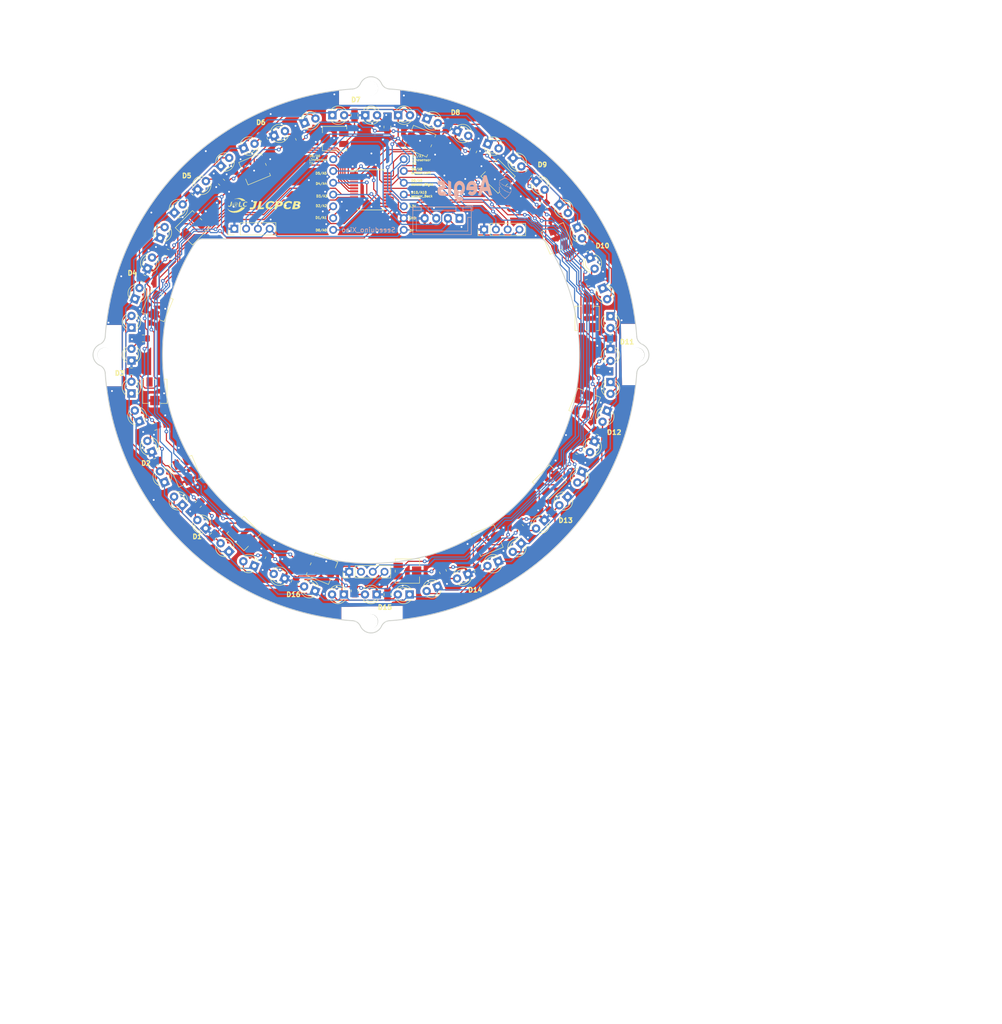
<source format=kicad_pcb>
(kicad_pcb (version 20221018) (generator pcbnew)
  (layers (0 "F.Cu" signal) (31 "B.Cu" signal) (34 "B.Paste" user) (35 "F.Paste" user) (36 "B.SilkS" user "B.Silkscreen") (37 "F.SilkS" user "F.Silkscreen") (38 "B.Mask" user) (39 "F.Mask" user) (44 "Edge.Cuts" user))
  (net 0 "")
  (net 1 "GND")
  (net 2 "Net-(D1-A)")
  (net 3 "Net-(D2-A)")
  (net 4 "Net-(D3-A)")
  (net 5 "Net-(D4-A)")
  (net 6 "Net-(D5-A)")
  (net 7 "Net-(D6-A)")
  (net 8 "Net-(D7-A)")
  (net 9 "Net-(D8-A)")
  (net 10 "Net-(D9-A)")
  (net 11 "Net-(D10-A)")
  (net 12 "Net-(D11-A)")
  (net 13 "Net-(D12-A)")
  (net 14 "Net-(D13-A)")
  (net 15 "Net-(D14-A)")
  (net 16 "Net-(D15-A)")
  (net 17 "Net-(D16-A)")
  (net 18 "Line_TX")
  (net 19 "+5V")
  (net 20 "Line_RX")
  (net 21 "+3.3V")
  (net 22 "Net-(Q1-E)")
  (net 23 "Net-(Q3-E)")
  (net 24 "Net-(Q5-E)")
  (net 25 "Net-(Q7-E)")
  (net 26 "Net-(Q10-E)")
  (net 27 "Net-(Q11-E)")
  (net 28 "Net-(Q13-E)")
  (net 29 "Net-(Q15-E)")
  (net 30 "Net-(Q17-E)")
  (net 31 "Net-(Q19-E)")
  (net 32 "Net-(Q21-E)")
  (net 33 "Net-(Q23-E)")
  (net 34 "Net-(Q25-E)")
  (net 35 "Net-(Q27-E)")
  (net 36 "Net-(Q29-E)")
  (net 37 "Net-(Q31-E)")
  (net 38 "1")
  (net 39 "Data_Line_sensor")
  (net 40 "3")
  (net 41 "4")
  (net 42 "5")
  (net 43 "6")
  (net 44 "7")
  (net 45 "8")
  (net 46 "9")
  (net 47 "10")
  (net 48 "11")
  (net 49 "12")
  (net 50 "13")
  (net 51 "14")
  (net 52 "15")
  (net 53 "16")
  (net 70 "2")
  (net 71 "S0")
  (net 72 "S1")
  (net 73 "S4")
  (net 74 "S3")
  (net 75 "E")
  (net 76 "Sensor_Left")
  (net 77 "Sensor_Right")
  (net 78 "Sensor_Back")
  (footprint "Resistor_SMD:R_0805_2012Metric" (layer "F.Cu") (at 121.894515 132.954215 -135)
    (fp_text reference "R8" hide)
    (fp_text value "R")
  )
  (footprint "LED_THT:LED_D3.0mm_Clear" (layer "F.Cu") (at 126.75065 59.993947 45)
    (fp_text reference "Q10" hide)
    (fp_text value "Q_Photo_NPN")
  )
  (footprint "Potentiometer_SMD:Potentiometer_Vishay_TS53YJ_Vertical" (layer "F.Cu") (at 131.730369 139.240394 135)
    (fp_text reference "RV1" hide)
    (fp_text value "R_Potentiometer_Trim_US")
  )
  (footprint "MountingHole:MountingHole_3.2mm_M3" (layer "F.Cu") (at 101.75 100.75)
    (fp_text reference "REF**" hide)
    (fp_text value "MountingHole_3.2mm_M3")
  )
  (footprint "Resistor_SMD:R_0805_2012Metric" (layer "F.Cu") (at 210.856893 97.139507 180)
    (fp_text reference "R29" hide)
    (fp_text value "R")
  )
  (footprint "LED_THT:LED_D3.0mm_Clear" (layer "F.Cu") (at 189.82203 58.249241 -45)
    (fp_text reference "Q18" hide)
    (fp_text value "Q_Photo_NPN")
  )
  (footprint "LED_THT:LED_D3.0mm_Clear" (layer "F.Cu") (at 171.243409 49.746125 -22.5)
    (fp_text reference "Q16" hide)
    (fp_text value "Q_Photo_NPN")
  )
  (footprint "LED_THT:LED_D3.0mm_Clear" (layer "F.Cu") (at 165.025 49)
    (fp_text reference "Q14" hide)
    (fp_text value "Q_Photo_NPN")
  )
  (footprint "Resistor_SMD:R_0805_2012Metric" (layer "F.Cu") (at 110.033931 84.201959 -22.5)
    (fp_text reference "R22" hide)
    (fp_text value "R")
  )
  (footprint "Resistor_SMD:R_0805_2012Metric" (layer "F.Cu") (at 107.460493 104.256893)
    (fp_text reference "R21" hide)
    (fp_text value "R")
  )
  (footprint "Resistor_SMD:R_0805_2012Metric" (layer "F.Cu") (at 198.231217 134.737972 135)
    (fp_text reference "R31" hide)
    (fp_text value "R")
  )
  (footprint "LED_THT:LED_D3.0mm_Clear" (layer "F.Cu") (at 191.566734 141.402452 -135)
    (fp_text reference "Q25" hide)
    (fp_text value "Q_Photo_NPN")
  )
  (footprint "Resistor_SMD:R_0805_2012Metric" (layer "F.Cu") (at 181.242463 56.637145 67.5)
    (fp_text reference "R15" hide)
    (fp_text value "R")
  )
  (footprint "LED_THT:LED_D3.0mm_Clear" (layer "F.Cu") (at 196.587194 136.381994 -135)
    (fp_text reference "D3" hide)
    (fp_text value "LED")
  )
  (footprint "Resistor_SMD:R_0805_2012Metric" (layer "F.Cu") (at 193.198465 61.625676 -135)
    (fp_text reference "R27" hide)
    (fp_text value "R")
  )
  (footprint "LED_THT:LED_D3.0mm_Clear" (layer "F.Cu") (at 131.67532 56.124457 22.5)
    (fp_text reference "Q12" hide)
    (fp_text value "Q_Photo_NPN")
  )
  (footprint "Connector_PinHeader_2.54mm:PinHeader_1x04_P2.54mm_Vertical" (layer "F.Cu") (at 129.67 73.5 90)
    (fp_text reference "J2" hide)
    (fp_text value "Conn_01x04_Socket")
  )
  (footprint "Potentiometer_SMD:Potentiometer_Vishay_TS53YJ_Vertical" (layer "F.Cu") (at 113.053984 90.107192 67.5)
    (fp_text reference "RV4" hide)
    (fp_text value "R_Potentiometer_Trim_US")
  )
  (footprint "Resistor_SMD:R_0805_2012Metric" (layer "F.Cu") (at 162.717386 152.3964 90)
    (fp_text reference "R33" hide)
    (fp_text value "R")
  )
  (footprint "LED_THT:LED_D3.0mm_Clear" (layer "F.Cu") (at 128.495356 143.147159 135)
    (fp_text reference "Q2" hide)
    (fp_text value "Q_Photo_NPN")
  )
  (footprint "Potentiometer_SMD:Potentiometer_Vishay_TS53YJ_Vertical" (layer "F.Cu") (at 119.068767 125.810179 112.5)
    (fp_text reference "RV2" hide)
    (fp_text value "R_Potentiometer_Trim_US")
  )
  (footprint "Package_SO:SSOP-24_5.3x8.2mm_P0.65mm" (layer "F.Cu") (at 159.1 65.1)
    (fp_text reference "U1" hide)
    (fp_text value "CD74HC4067SM")
  )
  (footprint "Resistor_SMD:R_0805_2012Metric" (layer "F.Cu") (at 155.63 151.6125 -90)
    (fp_text reference "R6" hide)
    (fp_text value "R")
  )
  (footprint "Potentiometer_SMD:Potentiometer_Vishay_TS53YJ_Vertical" (layer "F.Cu") (at 205.806893 92.839507 -90)
    (fp_text reference "RV11" hide)
    (fp_text value "R_Potentiometer_Trim_US")
  )
  (footprint "Potentiometer_SMD:Potentiometer_Vishay_TS53YJ_Vertical" (layer "F.Cu") (at 112.510493 108.556893 90)
    (fp_text reference "RV3" hide)
    (fp_text value "R_Potentiometer_Trim_US" hide)
  )
  (footprint "Resistor_SMD:R_0805_2012Metric" (layer "F.Cu") (at 115.097637 78.614431 157.5)
    (fp_text reference "R11" hide)
    (fp_text value "R")
  )
  (footprint "Resistor_SMD:R_0805_2012Metric" (layer "F.Cu") (at 142.662452 149.822962 67.5)
    (fp_text reference "R34" hide)
    (fp_text value "R")
  )
  (footprint "LED_THT:LED_D3.0mm_Clear" (layer "F.Cu") (at 210.110768 112.782916 -112.5)
    (fp_text reference "Q24" hide)
    (fp_text value "Q_Photo_NPN")
  )
  (footprint "LED_THT:LED_D3.0mm_Clear" (layer "F.Cu") (at 113.640722 75.494395 67.5)
    (fp_text reference "Q7" hide)
    (fp_text value "Q_Photo_NPN")
  )
  (footprint "LED_THT:LED_D3.0mm_Clear" (layer "F.Cu") (at 186.642066 145.271943 -157.5)
    (fp_text reference "Q28" hide)
    (fp_text value "Q_Photo_NPN")
  )
  (footprint "Resistor_SMD:R_0805_2012Metric" (layer "F.Cu") (at 126.902678 63.434022 135)
    (fp_text reference "R12" hide)
    (fp_text value "R")
  )
  (footprint "Potentiometer_SMD:Potentiometer_Vishay_TS53YJ_Vertical" (layer "F.Cu") (at 169.749701 54.593491 -22.5)
    (fp_text reference "RV8" hide)
    (fp_text value "R_Potentiometer_Trim_US")
  )
  (footprint "Potentiometer_SMD:Potentiometer_Vishay_TS53YJ_Vertical" (layer "F.Cu") (at 120.616499 73.269876 45)
    (fp_text reference "RV5" hide)
    (fp_text value "R_Potentiometer_Trim_US")
  )
  (footprint "LED_THT:LED_D3.0mm_Clear" (layer "F.Cu") (at 167.492386 152.3964 180)
    (fp_text reference "Q29" hide)
    (fp_text value "Q_Photo_NPN")
  )
  (footprint "LED_THT:LED_D3.0mm_Clear" (layer "F.Cu") (at 157.925 49)
    (fp_text reference "D13" hide)
    (fp_text value "LED")
  )
  (footprint "Potentiometer_SMD:Potentiometer_Vishay_TS53YJ_Vertical" (layer "F.Cu") (at 197.700887 128.126524 -135)
    (fp_text reference "RV13" hide)
    (fp_text value "R_Potentiometer_Trim_US")
  )
  (footprint "LED_THT:LED_D3.0mm_Clear" (layer "F.Cu") (at 203.732436 73.214827 -67.5)
    (fp_text reference "Q19" hide)
    (fp_text value "Q_Photo_NPN")
  )
  (footprint "Potentiometer_SMD:Potentiometer_Vishay_TS53YJ_Vertical" (layer "F.Cu") (at 167.017386 147.3464 180)
    (fp_text reference "RV15" hide)
    (fp_text value "R_Potentiometer_Trim_US")
  )
  (footprint "Potentiometer_SMD:Potentiometer_Vishay_TS53YJ_Vertical" (layer "F.Cu") (at 186.587017 62.156006 -45)
    (fp_text reference "RV9" hide)
    (fp_text value "R_Potentiometer_Trim_US")
  )
  (footprint "Resistor_SMD:R_0805_2012Metric" (layer "F.Cu") (at 112.387239 116.238489 -157.5)
    (fp_text reference "R9" hide)
    (fp_text value "R")
  )
  (footprint "LED_THT:LED_D3.0mm_Clear" (layer "F.Cu") (at 107.460493 109.031893 90)
    (fp_text reference "Q5" hide)
    (fp_text value "Q_Photo_NPN")
  )
  (footprint "LED_THT:LED_D3.0mm_Clear" (layer "F.Cu") (at 160.392387 152.396399 180)
    (fp_text reference "D5" hide)
    (fp_text value "LED")
  )
  (footprint "MountingHole:MountingHole_3.2mm_M3" (layer "F.Cu") (at 159.1 43.2)
    (fp_text reference "REF**" hide)
    (fp_text value "MountingHole_3.2mm_M3")
  )
  (footprint "LED_THT:LED_D3.0mm_Clear" (layer "F.Cu") (at 194.842488 63.269699 -45)
    (fp_text reference "D15" hide)
    (fp_text value "LED")
  )
  (footprint "LED_THT:LED_D3.0mm_Clear" (layer "F.Cu") (at 199.862946 68.290158 -45)
    (fp_text reference "Q17" hide)
    (fp_text value "Q_Photo_NPN")
  )
  (footprint "LED_THT:LED_D3.0mm_Clear" (layer "F.Cu") (at 173.522976 150.706046 -157.5)
    (fp_text reference "Q27" hide)
    (fp_text value "Q_Photo_NPN")
  )
  (footprint "Resistor_SMD:R_0805_2012Metric" (layer "F.Cu") (at 208.283455 117.194441 157.5)
    (fp_text reference "R30" hide)
    (fp_text value "R")
  )
  (footprint "Potentiometer_SMD:Potentiometer_Vishay_TS53YJ_Vertical" (layer "F.Cu") (at 134.046714 60.608274 22.5)
    (fp_text reference "RV6" hide)
    (fp_text value "R_Potentiometer_Trim_US")
  )
  (footprint "Resistor_SMD:R_0805_2012Metric" (layer "F.Cu") (at 182.230541 147.099256 112.5)
    (fp_text reference "R32" hide)
    (fp_text value "R")
  )
  (footprint "LED_THT:LED_D3.0mm_Clear" (layer "F.Cu") (at 108.206618 88.613484 67.5)
    (fp_text reference "Q8" hide)
    (fp_text value "Q_Photo_NPN")
  )
  (footprint "Potentiometer_SMD:Potentiometer_Vishay_TS53YJ_Vertical" (layer "F.Cu") (at 184.270672 140.788126 -157.5)
    (fp_text reference "RV14" hide)
    (fp_text value "R_Potentiometer_Trim_US")
  )
  (footprint "Resistor_SMD:R_0805_2012Metric" (layer "F.Cu") (at 196.422872 68.442186 45)
    (fp_text reference "R16" hide)
    (fp_text value "R")
  )
  (footprint "Resistor_SMD:R_0805_2012Metric" (layer "F.Cu") (at 155.6 49 -90)
    (fp_text reference "R25" hide)
    (fp_text value "R")
  )
  (footprint "LED_THT:LED_D3.0mm_Clear" (layer "F.Cu") (at 206.449488 79.774371 -67.5)
    (fp_text reference "D16" hide)
    (fp_text value "LED")
  )
  (footprint "LED_THT:LED_D3.0mm_Clear" (layer "F.Cu") (at 147.073977 151.650275 157.5)
    (fp_text reference "Q31" hide)
    (fp_text value "Q_Photo_NPN")
  )
  (footprint "Resistor_SMD:R_0805_2012Metric" (layer "F.Cu") (at 110.000493 97.156894 180)
    (fp_text reference "R10" hide)
    (fp_text value "R")
  )
  (footprint "LED_THT:LED_D3.0mm_Clear" (layer "F.Cu") (at 116.709734 70.034863 45)
    (fp_text reference "Q9" hide)
    (fp_text value "Q_Photo_NPN")
  )
  (footprint "LED_THT:LED_D3.0mm_Clear" (layer "F.Cu") (at 123.474899 138.1267 135)
    (fp_text reference "D7" hide)
    (fp_text value "LED")
  )
  (footprint "Resistor_SMD:R_0805_2012Metric" (layer "F.Cu") (at 208.316892 104.239507)
    (fp_text reference "R1" hide)
    (fp_text value "R")
  )
  (footprint "LED_THT:LED_D3.0mm_Clear" (layer "F.Cu") (at 121.730193 65.014405 45)
    (fp_text reference "D11" hide)
    (fp_text value "LED")
  )
  (footprint "LED_THT:LED_D3.0mm_Clear" (layer "F.Cu") (at 109.150846 115.062485 112.5)
    (fp_text reference "Q4" hide)
    (fp_text value "Q_Photo_NPN")
  )
  (footprint "LED_THT:LED_D3.0mm_Clear" (layer "F.Cu") (at 107.460493 94.831894 90)
    (fp_text reference "Q6" hide)
    (fp_text value "Q_Photo_NPN")
  )
  (footprint "Resistor_SMD:R_0805_2012Metric" (layer "F.Cu") (at 136.086845 54.297144 -67.5)
    (fp_text reference "R24" hide)
    (fp_text value "R")
  )
  (footprint "LED_THT:LED_D3.0mm_Clear" (layer "F.Cu") (at 184.362499 55.18023 -22.5)
    (fp_text reference "Q15" hide)
    (fp_text value "Q_Photo_NPN")
  )
  (footprint "LED_THT:LED_D3.0mm_Clear" (layer "F.Cu") (at 150.825 49)
    (fp_text reference "Q13" hide)
    (fp_text value "Q_Photo_NPN")
  )
  (footprint "MountingHole:MountingHole_3.2mm_M3" (layer "F.Cu") (at 216.5 100.75 180)
    (fp_text reference "REF**" hide)
    (fp_text value "MountingHole_3.2mm_M3")
  )
  (footprint "Resistor_SMD:R_0805_2012Metric" (layer "F.Cu") (at 120.086169 66.658428 -45)
    (fp_text reference "R23" hide)
    (fp_text value "R")
  )
  (footprint "LED_THT:LED_D3.0mm_Clear" (layer "F.Cu") (at 207.393716 119.34246 -112.5)
    (fp_text reference "D2" hide)
    (fp_text value "LED")
  )
  (footprint "LED_THT:LED_D3.0mm_Clear" (layer "F.Cu") (at 210.856893 92.364507 -90)
    (fp_text reference "Q22" hide)
    (fp_text value "Q_Photo_NPN")
  )
  (footprint "LED_THT:LED_D3.0mm_Clear" (layer "F.Cu") (at 110.923671 82.053939 67.5)
    (fp_text reference "D10" hide)
    (fp_text value "LED")
  )
  (footprint "Resistor_SMD:R_0805_2012Metric" (layer "F.Cu") (at 162.7 51.54 90)
    (fp_text reference "R14" hide)
    (fp_text value "R")
  )
  (footprint "LED_THT:LED_D3.0mm_Clear" (layer "F.Cu") (at 107.460494 101.931893 90)
    (fp_text reference "D9" hide)
    (fp_text value "LED")
  )
  (footprint "LED_THT:LED_D3.0mm_Clear" (layer "F.Cu") (at 144.826745 50.676959 22.5)
    (fp_text reference "Q11" hide)
    (fp_text value "Q_Photo_NPN")
  )
  (footprint "MountingHole:MountingHole_3.2mm_M3" (layer "F.Cu") (at 159 158.25)
    (fp_text reference "REF**" hide)
    (fp_text value "MountingHole_3.2mm_M3")
  )
  (footprint "Resistor_SMD:R_0805_2012Metric" (layer "F.Cu") (at 191.414706 137.962378 -45)
    (fp_text reference "R3" hide)
    (fp_text value "R")
  )
  (footprint "Potentiometer_SMD:Potentiometer_Vishay_TS53YJ_Vertical" (layer "F.Cu") (at 199.248619 75.586221 -67.5)
    (fp_text reference "RV10" hide)
    (fp_text value "R_Potentiometer_Trim_US" hide)
  )
  (footprint "Resistor_SMD:R_0805_2012Metric" (layer "F.Cu") (at 112.757637 123.770048 22.5)
    (fp_text reference "R20" hide)
    (fp_text value "R")
  )
  (footprint "LED_THT:LED_D3.0mm_Clear" (layer "F.Cu") (at 140.514433 148.933222 157.5)
    (fp_text reference "D6" hide)
    (fp_text value "LED")
  )
  (footprint "LED_THT:LED_D3.0mm_Clear" (layer "F.Cu") (at 209.16654 86.333917 -67.5)
    (fp_text reference "Q20" hide)
    (fp_text value "Q_Photo_NPN")
  )
  (footprint "Resistor_SMD:R_0805_2012Metric" (layer "F.Cu") (at 175.654934 51.573438 -112.5)
    (fp_text reference "R26" hide)
    (fp_text value "R")
  )
  (footprint "Resistor_SMD:R_0805_2012Metric" (layer "F.Cu") (at 205.559749 77.626352 -157.5)
    (fp_text reference "R28" hide)
    (fp_text value "R")
  )
  (footprint "LED_THT:LED_D3.0mm_Clear" (layer "F.Cu") (at 118.454441 133.106243 135)
    (fp_text reference "Q1" hide)
    (fp_text value "Q_Photo_NPN")
  )
  (footprint "LED_THT:LED_D3.0mm_Clear" (layer "F.Cu") (at 210.856892 106.564507 -90)
    (fp_text reference "Q21" hide)
    (fp_text value "Q_Photo_NPN")
  )
  (footprint "Resistor_SMD:R_0805_2012Metric" (layer "F.Cu") (at 125.118921 139.770724 45)
    (fp_text reference "R5" hide)
    (fp_text value "R")
  )
  (footprint "Resistor_SMD:R_0805_2012Metric" (layer "F.Cu") (at 205.930147 85.157913 22.5)
    (fp_text reference "R17" hide)
    (fp_text value "R")
  )
  (footprint "LED_THT:LED_D3.0mm_Clear" (layer "F.Cu") (at 133.954889 146.21617 157.5)
    (fp_text reference "Q32" hide)
    (fp_text value "Q_Photo_NPN")
  )
  (footprint "Resistor_SMD:R_0805_2012Metric" (layer "F.Cu") (at 174.698982 147.469654 -67.5)
    (fp_text reference "R4" hide)
    (fp_text value "R")
  )
  (footprint "Resistor_SMD:R_0805_2012Metric" (layer "F.Cu") (at 137.074924 144.759256 -112.5)
    (fp_text reference "R7" hide)
    (fp_text value "R")
  )
  (footprint "LED_THT:LED_D3.0mm_Clear" (layer "F.Cu") (at 210.856893 99.464506 -90)
    (fp_text reference "D1" hide)
    (fp_text value "LED")
  )
  (footprint "Potentiometer_SMD:Potentiometer_Vishay_TS53YJ_Vertical" (layer "F.Cu") (at 151.3 54.05)
    (fp_text reference "RV7" hide)
    (fp_text value "R_Potentiometer_Trim_US")
  )
  (footprint "LED_THT:LED_D3.0mm_Clear" (layer "F.Cu") (at 177.802954 52.463177 -22.5)
    (fp_text reference "D14" hide)
    (fp_text value "LED")
  )
  (footprint "JLCPCB:JLCPCB" (layer "F.Cu") (at 136 68.5)
    (fp_text reference "G***" hide)
    (fp_text value "LOGO" hide)
  )
  (footprint "Connector_PinHeader_2.54mm:PinHeader_1x04_P2.54mm_Vertical" (layer "F.Cu") (at 154.46 147.5 90)
    (fp_text reference "J6" hide)
    (fp_text value "Conn_01x04_Socket")
  )
  (footprint "Resistor_SMD:R_0805_2012Metric" (layer "F.Cu") (at 203.219747 122.781969 -22.5)
    (fp_text reference "R2" hide)
    (fp_text value "R")
  )
  (footprint "LED_THT:LED_D3.0mm_Clear" (layer "F.Cu") (at 204.676662 125.902005 -112.5)
    (fp_text reference "Q23" hide)
    (fp_text value "Q_Photo_NPN")
  )
  (footprint "LED_THT:LED_D3.0mm_Clear" (layer "F.Cu") (at 111.867899 121.622028 112.5)
    (fp_text reference "D8" hide)
    (fp_text value "LED")
  )
  (footprint "LED_THT:LED_D3.0mm_Clear" (layer "F.Cu") (at 138.234865 53.407405 22.5)
    (fp_text reference "D12" hide)
    (fp_text value "LED")
  )
  (footprint "LED_THT:LED_D3.0mm_Clear" (layer "F.Cu") (at 180.082522 147.988994 -157.5)
    (fp_text reference "D4" hide)
    (fp_text value "LED")
  )
  (footprint "LED_THT:LED_D3.0mm_Clear" (layer "F.Cu") (at 201.607652 131.361537 -135)
    (fp_text reference "Q26" hide)
    (fp_text value "Q_Photo_NPN")
  )
  (footprint "LED_THT:LED_D3.0mm_Clear" (layer "F.Cu") (at 114.58495 128.181573 112.5)
    (fp_text reference "Q3" hide)
    (fp_text value "Q_Photo_NPN")
  )
  (footprint "Potentiometer_SMD:Potentiometer_Vishay_TS53YJ_Vertical" (layer "F.Cu") (at 205.263402 111.289208 -112.5)
    (fp_text reference "RV12" hide)
    (fp_text value "R_Potentiometer_Trim_US")
  )
  (footprint "Resistor_SMD:R_0805_2012Metric" (layer "F.Cu") (at 143.618405 53.926746 112.5)
    (fp_text reference "R13" hide)
    (fp_text value "R")
  )
  (footprint "LED_THT:LED_D3.0mm_Clear" (layer "F.Cu") (at 153.292386 152.396399 180)
    (fp_text reference "Q30" hide)
    (fp_text value "Q_Photo_NPN")
  )
  (footprint "Connector_PinHeader_2.54mm:PinHeader_1x04_P2.54mm_Vertical" (layer "F.Cu") (at 183.58 73.66 90)
    (fp_text reference "J3" hide)
    (fp_text value "Conn_01x04_Socket")
  )
  (footprint "Potentiometer_SMD:Potentiometer_Vishay_TS53YJ_Vertical" (layer "F.Cu") (at 148.567685 146.802909 157.5)
    (fp_text reference "RV16" hide)
    (fp_text value "R_Potentiometer_Trim_US")
  )
  (footprint "Aegis:ver4" (layer "B.Cu") (at 181.844608 64.565461 180)
    (fp_text reference "G***" hide)
    (fp_text value "LOGO" hide)
  )
  (footprint "Seeeduino_Xiao:seeeduinoXIAO" (layer "B.Cu") (at 158.62 66.12 180)
    (fp_text reference "U2" hide)
    (fp_text value "Seeeduino_Xiao")
  )
  (footprint "Connector_JST:JST_XH_B4B-XH-A_1x04_P2.50mm_Vertical" (layer "B.Cu") (at 178.25 71.25 180)
    (fp_text reference "J1" hide)
    (fp_text value "Conn_01x04_Socket")
  )
  (gr_arc (start 216.522139 104.658645) (mid 199.817334 141.35684) (end 163.11914 158.061646) (stroke (width 0.2)) (layer "Edge.Cuts"))
  (gr_arc (start 216.522139 104.658645) (mid 216.874626 103.655641) (end 217.691302 102.974977) (stroke (width 0.2)) (layer "Edge.Cuts"))
  (gr_arc (start 100.626083 102.974979) (mid 99.158691 100.6982) (end 100.626083 98.421421) (stroke (width 0.2)) (layer "Edge.Cuts"))
  (gr_circle (center 216.658694 100.6982) (end 218.108694 100.6982) (stroke (width 0.2)) (fill none) (layer "Edge.Cuts"))
  (gr_arc (start 161.435472 159.23081) (mid 162.116137 158.414136) (end 163.11914 158.061646) (stroke (width 0.2)) (layer "Edge.Cuts"))
  (gr_arc (start 217.691302 98.421423) (mid 216.874627 97.740758) (end 216.522139 96.737755) (stroke (width 0.2)) (layer "Edge.Cuts"))
  (gr_arc (start 100.626083 102.974979) (mid 101.44276 103.655643) (end 101.795247 104.658647) (stroke (width 0.2)) (layer "Edge.Cuts"))
  (gr_arc (start 163.119138 43.334754) (mid 162.116134 42.982267) (end 161.43547 42.165591) (stroke (width 0.2)) (layer "Edge.Cuts"))
  (gr_arc (start 161.435472 159.23081) (mid 159.158693 160.698202) (end 156.881914 159.23081) (stroke (width 0.2)) (layer "Edge.Cuts"))
  (gr_arc (start 163.119138 43.334754) (mid 199.817333 60.03956) (end 216.522139 96.737755) (stroke (width 0.2)) (layer "Edge.Cuts"))
  (gr_arc (start 195.490498 75.6982) (mid 196.454982 75.946127) (end 197.18035 76.628433) (stroke (width 0.2)) (layer "Edge.Cuts"))
  (gr_arc (start 156.881916 42.165591) (mid 159.158693 40.6982) (end 161.43547 42.165591) (stroke (width 0.2)) (layer "Edge.Cuts"))
  (gr_arc (start 197.18035 76.628433) (mid 159.158693 145.698201) (end 121.137036 76.628433) (stroke (width 0.2)) (layer "Edge.Cuts"))
  (gr_arc (start 121.137036 76.628433) (mid 121.862402 75.946125) (end 122.826888 75.6982) (stroke (width 0.2)) (layer "Edge.Cuts"))
  (gr_arc (start 101.795247 96.737753) (mid 101.44276 97.740757) (end 100.626083 98.421421) (stroke (width 0.2)) (layer "Edge.Cuts"))
  (gr_arc (start 217.691302 98.421423) (mid 219.158692 100.6982) (end 217.691302 102.974977) (stroke (width 0.2)) (layer "Edge.Cuts"))
  (gr_line (start 195.490498 75.6982) (end 122.826888 75.6982) (stroke (width 0.2)) (layer "Edge.Cuts"))
  (gr_arc (start 155.198246 158.061646) (mid 156.20125 158.414133) (end 156.881914 159.23081) (stroke (width 0.2)) (layer "Edge.Cuts"))
  (gr_circle (center 159.158693 43.198199) (end 160.608693 43.198199) (stroke (width 0.2)) (fill none) (layer "Edge.Cuts"))
  (gr_circle (center 159.158693 158.198201) (end 160.608693 158.198201) (stroke (width 0.2)) (fill none) (layer "Edge.Cuts"))
  (gr_arc (start 156.881916 42.165591) (mid 156.201252 42.982267) (end 155.198248 43.334754) (stroke (width 0.2)) (layer "Edge.Cuts"))
  (gr_circle (center 101.658692 100.6982) (end 103.108692 100.6982) (stroke (width 0.2)) (fill none) (layer "Edge.Cuts"))
  (gr_arc (start 101.795247 96.737753) (mid 118.500053 60.039559) (end 155.198248 43.334754) (stroke (width 0.2)) (layer "Edge.Cuts"))
  (gr_arc (start 155.198246 158.061646) (mid 118.500053 141.35684) (end 101.795247 104.658647) (stroke (width 0.2)) (layer "Edge.Cuts"))
  (gr_text "GND\n" (at 167.25 71.5) (layer "F.SilkS") (effects (font (size 0.5 0.5) (thickness 0.125) bold) (justify left bottom)))
  (gr_text "D１4\n" (at 180 152) (layer "F.SilkS") (effects (font (size 1 1) (thickness 0.25) bold) (justify left bottom)))
  (gr_text "5V\n" (at 167.375 74.175) (layer "F.SilkS") (effects (font (size 0.5 0.5) (thickness 0.125) bold) (justify left bottom)))
  (gr_text "D１1" (at 212.75 98.5) (layer "F.SilkS") (effects (font (size 1 1) (thickness 0.25) bold) (justify left bottom)))
  (gr_text "D4\n\n" (at 106.5 85.25) (layer "F.SilkS") (effects (font (size 1 1) (thickness 0.25) bold) (justify left bottom)))
  (gr_text "D3/A3\n" (at 147.25 66.75) (layer "F.SilkS") (effects (font (size 0.5 0.5) (thickness 0.125) bold) (justify left bottom)))
  (gr_text "D9" (at 195 60.25) (layer "F.SilkS") (effects (font (size 1 1) (thickness 0.25) bold) (justify left bottom)))
  (gr_text "D2\n\n" (at 109.439995 123.5) (layer "F.SilkS") (effects (font (size 1 1) (thickness 0.25) bold) (justify left top)))
  (gr_text "D9/A9\nsensor_Right" (at 167.75 64.25) (layer "F.SilkS") (effects (font (size 0.5 0.5) (thickness 0.125) bold) (justify left bottom)))
  (gr_text "D7/A7\nLinesensor\nRX\n" (at 168 59.75) (layer "F.SilkS") (effects (font (size 0.5 0.5) (thickness 0.1) bold) (justify left bottom)))
  (gr_text "D7\n" (at 154.75 46.25) (layer "F.SilkS") (effects (font (size 1 1) (thickness 0.25) bold) (justify left bottom)))
  (gr_text "D１5\n" (at 160.5 155.75) (layer "F.SilkS") (effects (font (size 1 1) (thickness 0.25) bold) (justify left bottom)))
  (gr_text "D6/A6\nLinesensor\nTX\n\n" (at 145.75 60.5) (layer "F.SilkS") (effects (font (size 0.5 0.5) (thickness 0.1) bold) (justify left bottom)))
  (gr_text "D１2" (at 210 118) (layer "F.SilkS") (effects (font (size 1 1) (thickness 0.25) bold) (justify left bottom)))
  (gr_text "D3" (at 103.75 105.25) (layer "F.SilkS") (effects (font (size 1 1) (thickness 0.25) bold) (justify left bottom)))
  (gr_text "D5/A5" (at 147.1 61.825) (layer "F.SilkS") (effects (font (size 0.5 0.5) (thickness 0.125) bold) (justify left bottom)))
  (gr_text "D1\n" (at 120.5 140.5) (layer "F.SilkS") (effects (font (size 1 1) (thickness 0.25) bold) (justify left bottom)))
  (gr_text "D1/A1\n" (at 147.1 71.4) (layer "F.SilkS") (effects (font (size 0.5 0.5) (thickness 0.125) bold) (justify left bottom)))
  (gr_text "D8/A8\nsensor_Left" (at 167.75 61.75) (layer "F.SilkS") (effects (font (size 0.5 0.5) (thickness 0.125) bold) (justify left bottom)))
  (gr_text "D6\n\n" (at 134.25 52.75) (layer "F.SilkS") (effects (font (size 1 1) (thickness 0.25) bold) (justify left bottom)))
  (gr_text "D2/A2\n" (at 147.15 68.85) (layer "F.SilkS") (effects (font (size 0.5 0.5) (thickness 0.125) bold) (justify left bottom)))
  (gr_text "3.3V" (at 167.15 68.925) (layer "F.SilkS") (effects (font (size 0.5 0.5) (thickness 0.125) bold) (justify left bottom)))
  (gr_text "D10/A10\nsensor_Back" (at 167.75 66.75) (layer "F.SilkS") (effects (font (size 0.5 0.5) (thickness 0.125) bold) (justify left bottom)))
  (gr_text "D0/A0\n" (at 147.125 74.1) (layer "F.SilkS") (effects (font (size 0.5 0.5) (thickness 0.125) bold) (justify left bottom)))
  (gr_text "D１3\n" (at 199.5 137) (layer "F.SilkS") (effects (font (size 1 1) (thickness 0.25) bold) (justify left bottom)))
  (gr_text "D8" (at 176.25 49) (layer "F.SilkS") (effects (font (size 1 1) (thickness 0.25) bold) (justify left bottom)))
  (gr_text "D4/A4" (at 147.15 64.05) (layer "F.SilkS") (effects (font (size 0.5 0.5) (thickness 0.125) bold) (justify left bottom)))
  (gr_text "D１6\n" (at 140.75 153) (layer "F.SilkS") (effects (font (size 1 1) (thickness 0.25) bold) (justify left bottom)))
  (gr_text "D10" (at 207.5 77.75) (layer "F.SilkS") (effects (font (size 1 1) (thickness 0.25) bold) (justify left bottom)))
  (gr_text "D5\n\n" (at 118.25 64.25) (layer "F.SilkS") (effects (font (size 1 1) (thickness 0.25) bold) (justify left bottom)))
  (segment (start 198.483252 73.738462) (end 199.81479 75.07) (width 0.25) (layer "F.Cu") (net 1))
  (segment (start 202.395 76.265) (end 202.395 76.885) (width 0.25) (layer "F.Cu") (net 1))
  (segment (start 202.395 76.885) (end 203.47 77.96) (width 0.25) (layer "F.Cu") (net 1))
  (segment (start 198.483252 73.738462) (end 198.483252 74.733252) (width 0.25) (layer "F.Cu") (net 1))
  (segment (start 201.2 75.07) (end 202.395 76.265) (width 0.25) (layer "F.Cu") (net 1))
  (segment (start 201.2 75.07) (end 200.96 75.07) (width 0.25) (layer "F.Cu") (net 1))
  (segment (start 199.81479 75.07) (end 200.96 75.07) (width 0.25) (layer "F.Cu") (net 1))
  (via (at 151.2 53.97) (size 0.8) (drill 0.4) (layers "F.Cu" "B.Cu") (net 1))
  (via (at 107.56 97.32) (size 0.8) (drill 0.4) (layers "F.Cu" "B.Cu") (net 1))
  (via (at 127.5 134.5) (size 0.8) (drill 0.4) (layers "F.Cu" "B.Cu") (net 1))
  (via (at 209.75 84.25) (size 0.8) (drill 0.4) (layers "F.Cu" "B.Cu") (net 1))
  (via (at 149.5 72.5) (size 0.8) (drill 0.4) (layers "F.Cu" "B.Cu") (net 1))
  (via (at 159.25 68.75) (size 0.8) (drill 0.4) (layers "F.Cu" "B.Cu") (net 1))
  (via (at 154.5 74) (size 0.8) (drill 0.4) (layers "F.Cu" "B.Cu") (net 1))
  (via (at 111.75 70) (size 0.8) (drill 0.4) (layers "F.Cu" "B.Cu") (net 1))
  (via (at 133.5 57.25) (size 0.8) (drill 0.4) (layers "F.Cu" "B.Cu") (net 1))
  (via (at 112.31 117.93) (size 0.8) (drill 0.4) (layers "F.Cu" "B.Cu") (net 1))
  (via (at 115 77) (size 0.8) (drill 0.4) (layers "F.Cu" "B.Cu") (net 1))
  (via (at 172.75 69) (size 0.8) (drill 0.4) (layers "F.Cu" "B.Cu") (net 1))
  (via (at 131 58.5) (size 0.8) (drill 0.4) (layers "F.Cu" "B.Cu") (net 1))
  (via (at 158.5 62) (size 0.8) (drill 0.4) (layers "F.Cu" "B.Cu") (net 1))
  (via (at 149.5 145.25) (size 0.8) (drill 0.4) (layers "F.Cu" "B.Cu") (net 1))
  (via (at 195 67) (size 0.8) (drill 0.4) (layers "F.Cu" "B.Cu") (net 1))
  (via (at 125.89 67.88) (size 0.8) (drill 0.4) (layers "F.Cu" "B.Cu") (net 1))
  (via (at 109 111) (size 0.8) (drill 0.4) (layers "F.Cu" "B.Cu") (net 1))
  (via (at 201.93 128.96) (size 0.8) (drill 0.4) (layers "F.Cu" "B.Cu") (net 1))
  (via (at 157.75 67.25) (size 0.8) (drill 0.4) (layers "F.Cu" "B.Cu") (net 1))
  (via (at 109.79 120.76) (size 0.8) (drill 0.4) (layers "F.Cu" "B.Cu") (net 1))
  (via (at 145.75 63) (size 0.8) (drill 0.4) (layers "F.Cu" "B.Cu") (net 1))
  (via (at 195.25 134.25) (size 0.8) (drill 0.4) (layers "F.Cu" "B.Cu") (net 1))
  (via (at 148.75 69.75) (size 0.8) (drill 0.4) (layers "F.Cu" "B.Cu") (net 1))
  (via (at 179.5 62.75) (size 0.8) (drill 0.4) (layers "F.Cu" "B.Cu") (net 1))
  (via (at 161 150.25) (size 0.8) (drill 0.4) (layers "F.Cu" "B.Cu") (net 1))
  (via (at 179.96 70.17) (size 0.8) (drill 0.4) (layers "F.Cu" "B.Cu") (net 1))
  (via (at 175.56 150.1) (size 0.8) (drill 0.4) (layers "F.Cu" "B.Cu") (net 1))
  (via (at 151.25 44.5) (size 0.8) (drill 0.4) (layers "F.Cu" "B.Cu") (net 1))
  (via (at 199.91 64.71) (size 0.8) (drill 0.4) (layers "F.Cu" "B.Cu") (net 1))
  (via (at 182.38 54.02) (size 0.8) (drill 0.4) (layers "F.Cu" "B.Cu") (net 1))
  (via (at 140 144.75) (size 0.8) (drill 0.4) (layers "F.Cu" "B.Cu") (net 1))
  (via (at 138.25 141.75) (size 0.8) (drill 0.4) (layers "F.Cu" "B.Cu") (net 1))
  (via (at 166 150.5) (size 0.8) (drill 0.4) (layers "F.Cu" "B.Cu") (net 1))
  (via (at 161.75 54.25) (size 0.8) (drill 0.4) (layers "F.Cu" "B.Cu") (net 1))
  (via (at 153.96 69.54) (size 0.8) (drill 0.4) (layers "F.Cu" "B.Cu") (net 1))
  (via (at 199.94 124.84) (size 0.8) (drill 0.4) (layers "F.Cu" "B.Cu") (net 1))
  (via (at 208 98.75) (size 0.8) (drill 0.4) (layers "F.Cu" "B.Cu") (net 1))
  (via (at 114.5 109) (size 0.8) (drill 0.4) (layers "F.Cu" "B.Cu") (net 1))
  (via (at 168 65.5) (size 0.8) (drill 0.4) (layers "F.Cu" "B.Cu") (net 1))
  (via (at 147.5 58.25) (size 0.8) (drill 0.4) (layers "F.Cu" "B.Cu") (net 1))
  (via (at 164.75 70) (size 0.8) (drill 0.4) (layers "F.Cu" "B.Cu") (net 1))
  (via (at 137.4 58.48) (size 0.8) (drill 0.4) (layers "F.Cu" "B.Cu") (net 1))
  (via (at 144.75 52.5) (size 0.8) (drill 0.4) (layers "F.Cu" "B.Cu") (net 1))
  (via (at 137.5 48.75) (size 0.8) (drill 0.4) (layers "F.Cu" "B.Cu") (net 1))
  (via (at 105.25 83.75) (size 0.8) (drill 0.4) (layers "F.Cu" "B.Cu") (net 1))
  (via (at 163.25 71.5) (size 0.8) (drill 0.4) (layers "F.Cu" "B.Cu") (net 1))
  (via (at 167 51.25) (size 0.8) (drill 0.4) (layers "F.Cu" "B.Cu") (net 1))
  (via (at 149 152.25) (size 0.8) (drill 0.4) (layers "F.Cu" "B.Cu") (net 1))
  (via (at 179.25 66) (size 0.8) (drill 0.4) (layers "F.Cu" "B.Cu") (net 1))
  (via (at 109 93.25) (size 0.8) (drill 0.4) (layers "F.Cu" "B.Cu") (net 1))
  (via (at 109.25 90.75) (size 0.8) (drill 0.4) (layers "F.Cu" "B.Cu") (net 1))
  (via (at 119.26 125.88) (size 0.8) (drill 0.4) (layers "F.Cu" "B.Cu") (net 1))
  (via (at 187.75 138) (size 0.8) (drill 0.4) (layers "F.Cu" "B.Cu") (net 1))
  (via (at 193.03 140.1) (size 0.8) (drill 0.4) (layers "F.Cu" "B.Cu") (net 1))
  (via (at 176.25 55) (size 0.8) (drill 0.4) (layers "F.Cu" "B.Cu") (net 1))
  (via (at 202.12 125.63) (size 0.8) (drill 0.4) (layers "F.Cu" "B.Cu") (net 1))
  (via (at 162.44 48.96) (size 0.8) (drill 0.4) (layers "F.Cu" "B.Cu") (net 1))
  (via (at 139.5 147) (size 0.8) (drill 0.4) (layers "F.Cu" "B.Cu") (net 1))
  (via (at 112.25 132) (size 0.8) (drill 0.4) (layers "F.Cu" "B.Cu") (net 1))
  (via (at 148.5 51.5) (size 0.8) (drill 0.4) (layers "F.Cu" "B.Cu") (net 1))
  (via (at 164.27 51.08) (size 0.8) (drill 0.4) (layers "F.Cu" "B.Cu") (net 1))
  (via (at 171.5 149.5) (size 0.8) (drill 0.4) (layers "F.Cu" "B.Cu") (net 1))
  (via (at 169.4 49.32) (size 0.8) (drill 0.4) (layers "F.Cu" "B.Cu") (net 1))
  (via (at 125.75 64.5) (size 0.8) (drill 0.4) (layers "F.Cu" "B.Cu") (net 1))
  (via (at 135.5 142.5) (size 0.8) (drill 0.4) (layers "F.Cu" "B.Cu") (net 1))
  (via (at 199 123.5) (size 0.8) (drill 0.4) (layers "F.Cu" "B.Cu") (net 1))
  (via (at 178.75 57.5) (size 0.8) (drill 0.4) (layers "F.Cu" "B.Cu") (net 1))
  (via (at 117.68 120.76) (size 0.8) (drill 0.4) (layers "F.Cu" "B.Cu") (net 1))
  (via (at 156.67 52.13) (size 0.8) (drill 0.4) (layers "F.Cu" "B.Cu") (net 1))
  (via (at 140.5 54.25) (size 0.8) (drill 0.4) (layers "F.Cu" "B.Cu") (net 1))
  (via (at 152.85 67.67) (size 0.8) (drill 0.4) (layers "F.Cu" "B.Cu") (net 1))
  (via (at 147.25 54.75) (size 0.8) (drill 0.4) (layers "F.Cu" "B.Cu") (net 1))
  (via (at 187.75 143) (size 0.8) (drill 0.4) (layers "F.Cu" "B.Cu") (net 1))
  (via (at 208.75 111) (size 0.8) (drill 0.4) (layers "F.Cu" "B.Cu") (net 1))
  (via (at 190.75 69.75) (size 0.8) (drill 0.4) (layers "F.Cu" "B.Cu") (net 1))
  (via (at 143.5 68.5) (size 0.8) (drill 0.4) (layers "F.Cu" "B.Cu") (net 1))
  (via (at 128 61.75) (size 0.8) (drill 0.4) (layers "F.Cu" "B.Cu") (net 1))
  (via (at 129.5 68.75) (size 0.8) (drill 0.4) (layers "F.Cu" "B.Cu") (net 1))
  (via (at 102.5 93.75) (size 0.8) (drill 0.4) (layers "F.Cu" "B.Cu") (net 1))
  (via (at 201.25 118) (size 0.8) (drill 0.4) (layers "F.Cu" "B.Cu") (net 1))
  (via (at 210.75 104.32) (size 0.8) (drill 0.4) (layers "F.Cu" "B.Cu") (net 1))
  (via (at 159.41 50.74) (size 0.8) (drill 0.4) (layers "F.Cu" "B.Cu") (net 1))
  (via (at 183 60) (size 0.8) (drill 0.4) (layers "F.Cu" "B.Cu") (net 1))
  (via (at 121.75 129.25) (size 0.8) (drill 0.4) (layers "F.Cu" "B.Cu") (net 1))
  (via (at 118.75 131) (size 0.8) (drill 0.4) (layers "F.Cu" "B.Cu") (net 1))
  (via (at 161.07 51.37) (size 0.8) (drill 0.4) (layers "F.Cu" "B.Cu") (net 1))
  (via (at 166.25 44.75) (size 0.8) (drill 0.4) (layers "F.Cu" "B.Cu") (net 1))
  (via (at 208.5 80.75) (size 0.8) (drill 0.4) (layers "F.Cu" "B.Cu") (net 1))
  (via (at 180 141.5) (size 0.8) (drill 0.4) (layers "F.Cu" "B.Cu") (net 1))
  (via (at 139.86 50.91) (size 0.8) (drill 0.4) (layers "F.Cu" "B.Cu") (net 1))
  (via (at 193.13 137.32) (size 0.8) (drill 0.4) (layers "F.Cu" "B.Cu") (net 1))
  (via (at 129 60) (size 0.8) (drill 0.4) (layers "F.Cu" "B.Cu") (net 1))
  (via (at 125.21 61.57) (size 0.8) (drill 0.4) (layers "F.Cu" "B.Cu") (net 1))
  (via (at 109.99 117.32) (size 0.8) (drill 0.4) (layers "F.Cu" "B.Cu") (net 1))
  (via (at 118.5 71) (size 0.8) (drill 0.4) (layers "F.Cu" "B.Cu") (net 1))
  (via (at 173 57.5) (size 0.8) (drill 0.4) (layers "F.Cu" "B.Cu") (net 1))
  (via (at 142.87 51.29) (size 0.8) (drill 0.4) (layers "F.Cu" "B.Cu") (net 1))
  (via (at 169.74 54.52) (size 0.8) (drill 0.4) (layers "F.Cu" "B.Cu") (net 1))
  (via (at 149.75 62.25) (size 0.8) (drill 0.4) (layers "F.Cu" "B.Cu") (net 1))
  (via (at 189.25 64.75) (size 0.8) (drill 0.4) (layers "F.Cu" "B.Cu") (net 1))
  (via (at 130 141) (size 0.8) (drill 0.4) (layers "F.Cu" "B.Cu") (net 1))
  (via (at 141.5 146.5) (size 0.8) (drill 0.4) (layers "F.Cu" "B.Cu") (net 1))
  (via (at 160.19 59.67) (size 0.8) (drill 0.4) (layers "F.Cu" "B.Cu") (net 1))
  (via (at 182.69 56.74) (size 0.8) (drill 0.4) (layers "F.Cu" "B.Cu") (net 1))
  (via (at 159.25 57.25) (size 0.8) (drill 0.4) (layers "F.Cu" "B.Cu") (net 1))
  (via (at 135.78 147.11) (size 0.8) (drill 0.4) (layers "F.Cu" "B.Cu") (net 1))
  (via (at 110.76 114.71) (size 0.8) (drill 0.4) (layers "F.Cu" "B.Cu") (net 1))
  (via (at 155.2 60.04) (size 0.8) (drill 0.4) (layers "F.Cu" "B.Cu") (net 1))
  (via (at 161.7 69.9) (size 0.8) (drill 0.4) (layers "F.Cu" "B.Cu") (net 1))
  (via (at 178.7 73.12) (size 0.8) (drill 0.4) (layers "F.Cu" "B.Cu") (net 1))
  (via (at 137.5 71.5) (size 0.8) (drill 0.4) (layers "F.Cu" "B.Cu") (net 1))
  (via (at 209.25 82.75) (size 0.8) (drill 0.4) (layers "F.Cu" "B.Cu") (net 1))
  (via (at 149.25 65.5) (size 0.8) (drill 0.4) (layers "F.Cu" "B.Cu") (net 1))
  (via (at 182 62.25) (size 0.8) (drill 0.4) (layers "F.Cu" "B.Cu") (net 1))
  (via (at 112.74 77.42) (size 0.8) (drill 0.4) (layers "F.Cu" "B.Cu") (net 1))
  (via (at 133.93 60.95) (size 0.8) (drill 0.4) (layers "F.Cu" "B.Cu") (net 1))
  (via (at 160.5 74.25) (size 0.8) (drill 0.4) (layers "F.Cu" "B.Cu") (net 1))
  (via (at 205.42 123.98) (size 0.8) (drill 0.4) (layers "F.Cu" "B.Cu") (net 1))
  (via (at 114.75 113.75) (size 0.8) (drill 0.4) (layers "F.Cu" "B.Cu") (net 1))
  (via (at 123.5 69.75) (size 0.8) (drill 0.4) (layers "F.Cu" "B.Cu") (net 1))
  (via (at 202.29 71.78) (size 0.8) (drill 0.4) (layers "F.Cu" "B.Cu") (net 1))
  (via (at 187.75 57.75) (size 0.8) (drill 0.4) (layers "F.Cu" "B.Cu") (net 1))
  (via (at 213.25 93.25) (size 0.8) (drill 0.4) (layers "F.Cu" "B.Cu") (net 1))
  (via (at 149.25 59) (size 0.8) (drill 0.4) (layers "F.Cu" "B.Cu") (net 1))
  (via (at 128.52 65.51) (size 0.8) (drill 0.4) (layers "F.Cu" "B.Cu") (net 1))
  (via (at 114.75 90.75) (size 0.8) (drill 0.4) (layers "F.Cu" "B.Cu") (net 1))
  (via (at 208 92.5) (size 0.8) (drill 0.4) (layers "F.Cu" "B.Cu") (net 1))
  (via (at 146.25 149.5) (size 0.8) (drill 0.4) (layers "F.Cu" "B.Cu") (net 1))
  (via (at 109.25 95.5) (size 0.8) (drill 0.4) (layers "F.Cu" "B.Cu") (net 1))
  (via (at 175 62) (size 0.8) (drill 0.4) (layers "F.Cu" "B.Cu") (net 1))
  (via (at 120.12 134.46) (size 0.8) (drill 0.4) (layers "F.Cu" "B.Cu") (net 1))
  (via (at 185.9 62.81) (size 0.8) (drill 0.4) (layers "F.Cu" "B.Cu") (net 1))
  (via (at 133.5 67.5) (size 0.8) (drill 0.4) (layers "F.Cu" "B.Cu") (net 1))
  (via (at 111.17 78.18) (size 0.8) (drill 0.4) (layers "F.Cu" "B.Cu") (net 1))
  (via (at 194.71 74.98) (size 0.8) (drill 0.4) (layers "F.Cu" "B.Cu") (net 1))
  (via (at 140.75 68.5) (size 0.8) (drill 0.4) (layers "F.Cu" "B.Cu") (net 1))
  (via (at 151.75 150.75) (size 0.8) (drill 0.4) (layers "F.Cu" "B.Cu") (net 1))
  (via (at 199.25 131.25) (size 0.8) (drill 0.4) (layers "F.Cu" "B.Cu") (net 1))
  (via (at 209 108) (size 0.8) (drill 0.4) (layers "F.Cu" "B.Cu") (net 1))
  (via (at 173.25 65.5) (size 0.8) (drill 0.4) (layers "F.Cu" "B.Cu") (net 1))
  (via (at 208 89.75) (size 0.8) (drill 0.4) (layers "F.Cu" "B.Cu") (net 1))
  (via (at 191.5 66.5) (size 0.8) (drill 0.4) (layers "F.Cu" "B.Cu") (net 1))
  (via (at 123.5 56.75) (size 0.8) (drill 0.4) (layers "F.Cu" "B.Cu") (net 1))
  (via (at 153.75 51.25) (size 0.8) (drill 0.4) (layers "F.Cu" "B.Cu") (net 1))
  (via (at 103.25 108.5) (size 0.8) (drill 0.4) (layers "F.Cu" "B.Cu") (net 1))
  (via (at 203.47 77.96) (size 0.8) (drill 0.4) (layers "F.Cu" "B.Cu") (net 1))
  (segment (start 206.449488 79.774371) (end 205.364371 79.774371) (width 0.25) (layer "B.Cu") (net 1))
  (segment (start 205.364371 79.774371) (end 203.55 77.96) (width 0.25) (layer "B.Cu") (net 1))
  (segment (start 203.55 77.96) (end 203.47 77.96) (width 0.25) (layer "B.Cu") (net 1))
  (segment (start 203.47 77.88) (end 203.57 77.98) (width 0.25) (layer "B.Cu") (net 1))
  (segment (start 203.47 77.96) (end 203.47 77.88) (width 0.25) (layer "B.Cu") (net 1))
  (segment (start 210.856893 102.004506) (end 209.229392 103.632007) (width 0.25) (layer "F.Cu") (net 2))
  (segment (start 209.229392 103.632007) (end 209.229392 104.239507) (width 0.25) (layer "F.Cu") (net 2))
  (segment (start 204.979646 123.131168) (end 204.062787 123.131168) (width 0.25) (layer "F.Cu") (net 3))
  (segment (start 206.4217 121.689114) (end 204.979646 123.131168) (width 0.25) (layer "F.Cu") (net 3))
  (segment (start 192.059941 138.607613) (end 194.361575 138.607613) (width 0.25) (layer "F.Cu") (net 4))
  (segment (start 194.361575 138.607613) (end 194.791143 138.178045) (width 0.25) (layer "F.Cu") (net 4))
  (segment (start 177.735868 148.96101) (end 176.526296 148.96101) (width 0.25) (layer "F.Cu") (net 5))
  (segment (start 175.696497 148.96101) (end 177.735868 148.96101) (width 0.25) (layer "F.Cu") (net 5))
  (segment (start 175.048181 148.312694) (end 175.696497 148.96101) (width 0.25) (layer "F.Cu") (net 5))
  (segment (start 155.758601 152.396399) (end 155.63 152.525) (width 0.25) (layer "F.Cu") (net 6))
  (segment (start 157.852387 152.396399) (end 155.758601 152.396399) (width 0.25) (layer "F.Cu") (net 6))
  (segment (start 138.167779 147.961206) (end 136.725725 146.519152) (width 0.25) (layer "F.Cu") (net 7))
  (segment (start 136.725725 146.519152) (end 136.725725 145.602296) (width 0.25) (layer "F.Cu") (net 7))
  (segment (start 121.24928 135.901081) (end 121.678848 136.330649) (width 0.25) (layer "F.Cu") (net 8))
  (segment (start 121.24928 133.59945) (end 121.24928 135.901081) (width 0.25) (layer "F.Cu") (net 8))
  (segment (start 111.544199 116.587688) (end 111.544199 118.627058) (width 0.25) (layer "F.Cu") (net 9))
  (segment (start 111.544199 118.627058) (end 110.895883 119.275374) (width 0.25) (layer "F.Cu") (net 9))
  (segment (start 109.087993 97.156894) (end 109.087993 97.764394) (width 0.25) (layer "F.Cu") (net 10))
  (segment (start 109.087993 97.764394) (end 107.460494 99.391893) (width 0.25) (layer "F.Cu") (net 10))
  (segment (start 114.254597 78.265232) (end 112.812544 79.707285) (width 0.25) (layer "F.Cu") (net 11))
  (segment (start 112.812544 79.707285) (end 111.895687 79.707285) (width 0.25) (layer "F.Cu") (net 11))
  (segment (start 123.955811 62.788787) (end 123.526244 63.218354) (width 0.25) (layer "F.Cu") (net 12))
  (segment (start 126.257443 62.788787) (end 123.955811 62.788787) (width 0.25) (layer "F.Cu") (net 12))
  (segment (start 143.269206 53.083706) (end 141.229836 53.083706) (width 0.25) (layer "F.Cu") (net 13))
  (segment (start 141.229836 53.083706) (end 140.581519 52.435389) (width 0.25) (layer "F.Cu") (net 13))
  (segment (start 162.0925 50.6275) (end 160.465 49) (width 0.25) (layer "F.Cu") (net 14))
  (segment (start 162.7 50.6275) (end 162.0925 50.6275) (width 0.25) (layer "F.Cu") (net 14))
  (segment (start 181.591662 54.877247) (end 181.591662 55.794105) (width 0.25) (layer "F.Cu") (net 15))
  (segment (start 180.149608 53.435193) (end 181.591662 54.877247) (width 0.25) (layer "F.Cu") (net 15))
  (segment (start 197.068107 67.796951) (end 197.068107 65.495318) (width 0.25) (layer "F.Cu") (net 16))
  (segment (start 197.068107 65.495318) (end 196.638539 65.06575) (width 0.25) (layer "F.Cu") (net 16))
  (segment (start 206.773187 82.769342) (end 207.421504 82.121025) (width 0.25) (layer "F.Cu") (net 17))
  (segment (start 206.773187 84.808714) (end 206.773187 82.769342) (width 0.25) (layer "F.Cu") (net 17))
  (segment (start 173.736701 72.55) (end 165.8 72.55) (width 0.25) (layer "B.Cu") (net 18))
  (segment (start 154.75 54.75) (end 151 58.5) (width 0.25) (layer "B.Cu") (net 18))
  (segment (start 161.775 68.525) (end 161.775 55.575431) (width 0.25) (layer "B.Cu") (net 18))
  (segment (start 165.5 72.25) (end 161.775 68.525) (width 0.25) (layer "B.Cu") (net 18))
  (segment (start 174.425 70.575) (end 174.425 71.861701) (width 0.25) (layer "B.Cu") (net 18))
  (segment (start 178.25 71.25) (end 176.95 69.95) (width 0.25) (layer "B.Cu") (net 18))
  (segment (start 174.425 71.861701) (end 173.736701 72.55) (width 0.25) (layer "B.Cu") (net 18))
  (segment (start 160.949569 54.75) (end 154.75 54.75) (width 0.25) (layer "B.Cu") (net 18))
  (segment (start 165.8 72.55) (end 165.5 72.25) (width 0.25) (layer "B.Cu") (net 18))
  (segment (start 175.05 69.95) (end 174.425 70.575) (width 0.25) (layer "B.Cu") (net 18))
  (segment (start 165.625 72.375) (end 165.5 72.25) (width 0.25) (layer "B.Cu") (net 18))
  (segment (start 161.775 55.575431) (end 160.949569 54.75) (width 0.25) (layer "B.Cu") (net 18))
  (segment (start 176.95 69.95) (end 175.05 69.95) (width 0.25) (layer "B.Cu") (net 18))
  (segment (start 207.404392 104.239507) (end 207.404392 103.135608) (width 0.25) (layer "F.Cu") (net 19))
  (segment (start 197.1 70.43) (end 197.120216 70.43) (width 0.25) (layer "F.Cu") (net 19))
  (segment (start 197.140216 70.45) (end 197.16 70.45) (width 0.25) (layer "F.Cu") (net 19))
  (segment (start 116.661034 77.051034) (end 116.661034 77.478966) (width 0.25) (layer "F.Cu") (net 19))
  (segment (start 197.120216 70.43) (end 197.140216 70.45) (width 0.25) (layer "F.Cu") (net 19))
  (segment (start 190.769471 137.317143) (end 190.769471 138.700529) (width 0.25) (layer "F.Cu") (net 19))
  (segment (start 155.617387 150.7689) (end 156.224888 150.7689) (width 0.25) (layer "F.Cu") (net 19))
  (segment (start 124.81 135.45) (end 124.83 135.45) (width 0.25) (layer "F.Cu") (net 19))
  (segment (start 143.967604 54.769786) (end 143.76239 54.975) (width 0.25) (layer "F.Cu") (net 19))
  (segment (start 174.349783 146.626614) (end 173.023386 146.626614) (width 0.25) (layer "F.Cu") (net 19))
  (segment (start 195.777637 69.087421) (end 195.707421 69.087421) (width 0.25) (layer "F.Cu") (net 19))
  (segment (start 122.53975 132.30898) (end 121.76898 132.30898) (width 0.25) (layer "F.Cu") (net 19))
  (segment (start 139.34 56.41) (end 139.26 56.41) (width 0.25) (layer "F.Cu") (net 19))
  (segment (start 205.44 82.8) (end 205.44 82.78) (width 0.25) (layer "F.Cu") (net 19))
  (segment (start 180.893264 57.480185) (end 184.000185 57.480185) (width 0.25) (layer "F.Cu") (net 19))
  (segment (start 126.93 66.59) (end 127.547913 65.972087) (width 0.25) (layer "F.Cu") (net 19))
  (segment (start 153.98 150.7) (end 153.75 150.47) (width 0.25) (layer "F.Cu") (net 19))
  (segment (start 184.000185 57.480185) (end 184.22 57.7) (width 0.25) (layer "F.Cu") (net 19))
  (segment (start 121.76898 132.30898) (end 120.89 131.43) (width 0.25) (layer "F.Cu") (net 19))
  (segment (start 180.223079 56.81) (end 179.52 56.73) (width 0.25) (layer "F.Cu") (net 19))
  (segment (start 137.424123 143.916216) (end 137.626216 143.916216) (width 0.25) (layer "F.Cu") (net 19))
  (segment (start 155.63 150.7) (end 156.74 150.7) (width 0.25) (layer "F.Cu") (net 19))
  (segment (start 124.81 135.43) (end 124.81 135.45) (width 0.25) (layer "F.Cu") (net 19))
  (segment (start 113.230279 115.88929) (end 113.230279 120.120279) (width 0.25) (layer "F.Cu") (net 19))
  (segment (start 110.300993 92.846366) (end 110.42 92.965373) (width 0.25) (layer "F.Cu") (net 19))
  (segment (start 208.41 102.13) (end 208.43 102.13) (width 0.25) (layer "F.Cu") (net 19))
  (segment (start 192.006614 136.08) (end 192.58 136.08) (width 0.25) (layer "F.Cu") (net 19))
  (segment (start 114.06 120.95) (end 114.06 120.99) (width 0.25) (layer "F.Cu") (net 19))
  (segment (start 113.230279 115.88929) (end 113.01929 115.88929) (width 0.25) (layer "F.Cu") (net 19))
  (segment (start 114.06 120.99) (end 114.1 120.99) (width 0.25) (layer "F.Cu") (net 19))
  (segment (start 116.661034 77.478966) (end 115.940677 78.199323) (width 0.25) (layer "F.Cu") (net 19))
  (segment (start 195.707421 69.087421) (end 194.92 68.3) (width 0.25) (layer "F.Cu") (net 19))
  (segment (start 128.94717 62.68) (end 129.49 62.68) (width 0.25) (layer "F.Cu") (net 19))
  (segment (start 113.230279 120.120279) (end 114.06 120.95) (width 0.25) (layer "F.Cu") (net 19))
  (segment (start 207.404392 104.239507) (end 207.404392 104.814392) (width 0.25) (layer "F.Cu") (net 19))
  (segment (start 197.1 70.409784) (end 197.1 70.43) (width 0.25) (layer "F.Cu") (net 19))
  (segment (start 208.43 102.11) (end 208.4 102.14) (width 0.25) (layer "F.Cu") (net 19))
  (segment (start 205.44 82.78) (end 205.38 82.84) (width 0.25) (layer "F.Cu") (net 19))
  (segment (start 202.376707 122.43277) (end 202.376707 123.416707) (width 0.25) (layer "F.Cu") (net 19))
  (segment (start 205.42 82.8) (end 205.44 82.8) (width 0.25) (layer "F.Cu") (net 19))
  (segment (start 190.025 74.835) (end 191.2 73.66) (width 0.25) (layer "F.Cu") (net 19))
  (segment (start 174.349783 146.626614) (end 176.733386 146.626614) (width 0.25) (layer "F.Cu") (net 19))
  (segment (start 110.44 99.38) (end 110.27 99.38) (width 0.25) (layer "F.Cu") (net 19))
  (segment (start 164.0075 52.4525) (end 162.7 52.4525) (width 0.25) (layer "F.Cu") (net 19))
  (segment (start 205.087107 85.507112) (end 206.519995 86.94) (width 0.25) (layer "F.Cu") (net 19))
  (segment (start 137.626216 143.916216) (end 138.48 144.77) (width 0.25) (layer "F.Cu") (net 19))
  (segment (start 139.26 56.49) (end 139.29 56.46) (width 0.25) (layer "F.Cu") (net 19))
  (segment (start 206.519995 86.94) (end 206.78 86.94) (width 0.25) (layer "F.Cu") (net 19))
  (segment (start 110.27 99.55) (end 110.36 99.46) (width 0.25) (layer "F.Cu") (net 19))
  (segment (start 110.42 94.87) (end 110.912993 95.362993) (width 0.25) (layer "F.Cu") (net 19))
  (segment (start 110.912993 95.362993) (end 110.912993 97.156894) (width 0.25) (layer "F.Cu") (net 19))
  (segment (start 110.912993 97.156894) (end 110.912993 98.907007) (width 0.25) (layer "F.Cu") (net 19))
  (segment (start 180.893264 57.480185) (end 180.223079 56.81) (width 0.25) (layer "F.Cu") (net 19))
  (segment (start 124.83 135.45) (end 124.85 135.47) (width 0.25) (layer "F.Cu") (net 19))
  (segment (start 155.63 150.7) (end 153.98 150.7) (width 0.25) (layer "F.Cu") (net 19))
  (segment (start 137.424123 143.916216) (end 134.813784 143.916216) (width 0.25) (layer "F.Cu") (net 19))
  (segment (start 192.66 136.08) (end 192.62 136.08) (width 0.25) (layer "F.Cu") (net 19))
  (segment (start 122.53975 133.15975) (end 124.81 135.43) (width 0.25) (layer "F.Cu") (net 19))
  (segment (start 192.58 136.08) (end 192.72 136.12) (width 0.25) (layer "F.Cu") (net 19))
  (segment (start 110.27 99.38) (end 110.27 99.55) (width 0.25) (layer "F.Cu") (net 19))
  (segment (start 139.26 56.41) (end 139.26 56.49) (width 0.25) (layer "F.Cu") (net 19))
  (segment (start 203.629477 121.18) (end 204.23 121.18) (width 0.25) (layer "F.Cu") (net 19))
  (segment (start 207.404392 103.135608) (end 208.41 102.13) (width 0.25) (layer "F.Cu") (net 19))
  (segment (start 204.41 121.16) (end 204.27 121.18) (width 0.25) (layer "F.Cu") (net 19))
  (segment (start 127.547913 64.079257) (end 128.94717 62.68) (width 0.25) (layer "F.Cu") (net 19))
  (segment (start 114.1 120.99) (end 114.08 120.97) (width 0.25) (layer "F.Cu") (net 19))
  (segment (start 204.23 121.18) (end 204.41 121.16) (width 0.25) (layer "F.Cu") (net 19))
  (segment (start 176.733386 146.626614) (end 176.88 146.48) (width 0.25) (layer "F.Cu") (net 19))
  (segment (start 179.28 74.78) (end 175.75 71.25) (width 0.25) (layer "F.Cu") (net 19))
  (segment (start 143.76239 54.975) (end 140.775 54.975) (width 0.25) (layer "F.Cu") (net 19))
  (segment (start 179.335 74.835) (end 190.025 74.835) (width 0.25) (layer "F.Cu") (net 19))
  (segment (start 202.376707 122.43277) (end 203.629477 121.18) (width 0.25) (layer "F.Cu") (net 19))
  (segment (start 207.404392 104.814392) (end 208.3 105.71) (width 0.25) (layer "F.Cu") (net 19))
  (segment (start 140.775 54.975) (end 139.34 56.41) (width 0.25) (layer "F.Cu") (net 19))
  (segment (start 195.777637 69.087421) (end 197.1 70.409784) (width 0.25) (layer "F.Cu") (net 19))
  (segment (start 202.376707 123.416707) (end 203.1 124.14) (width 0.25) (layer "F.Cu") (net 19))
  (segment (start 115.940677 78.199323) (end 115.940677 78.96363) (width 0.25) (layer "F.Cu") (net 19))
  (segment (start 190.769471 138.700529) (end 190.37 139.1) (width 0.25) (layer "F.Cu") (net 19))
  (segment (start 134.813784 143.916216) (end 134.77 143.96) (width 0.25) (layer "F.Cu") (net 19))
  (segment (start 179.28 74.78) (end 179.335 74.835) (width 0.25) (layer "F.Cu") (net 19))
  (segment (start 160 52.3505) (end 160.102 52.4525) (width 0.25) (layer "F.Cu") (net 19))
  (segment (start 208.43 102.13) (end 208.43 102.11) (width 0.25) (layer "F.Cu") (net 19))
  (segment (start 143.967604 54.769786) (end 144.030214 54.769786) (width 0.25) (layer "F.Cu") (net 19))
  (segment (start 114.76 80.09) (end 114.73 80.12) (width 0.25) (layer "F.Cu") (net 19))
  (segment (start 192.72 136.12) (end 192.66 136.08) (width 0.25) (layer "F.Cu") (net 19))
  (segment (start 173.023386 146.626614) (end 172.22 147.43) (width 0.25) (layer "F.Cu") (net 19))
  (segment (start 144.030214 54.769786) (end 145.12 53.68) (width 0.25) (layer "F.Cu") (net 19))
  (segment (start 190.769471 137.317143) (end 192.006614 136.08) (width 0.25) (layer "F.Cu") (net 19))
  (segment (start 110.42 92.965373) (end 110.42 94.87) (width 0.25) (layer "F.Cu") (net 19))
  (segment (start 127.547913 65.972087) (end 127.547913 64.079257) (width 0.25) (layer "F.Cu") (net 19))
  (segment (start 156.74 150.7) (end 157.04 151) (width 0.25) (layer "F.Cu") (net 19))
  (segment (start 114.784307 80.12) (end 114.76 80.09) (width 0.25) (layer "F.Cu") (net 19))
  (segment (start 205.087107 83.132893) (end 205.42 82.8) (width 0.25) (layer "F.Cu") (net 19))
  (segment (start 115.940677 78.96363) (end 114.784307 80.12) (width 0.25) (layer "F.Cu") (net 19))
  (segment (start 205.087107 85.507112) (end 205.087107 83.132893) (width 0.25) (layer "F.Cu") (net 19))
  (segment (start 122.53975 132.30898) (end 122.53975 133.15975) (width 0.25) (layer "F.Cu") (net 19))
  (segment (start 113.01929 115.88929) (end 111.91 114.78) (width 0.25) (layer "F.Cu") (net 19))
  (segment (start 179.425 74.925) (end 179.28 74.78) (width 0.25) (layer "F.Cu") (net 19))
  (segment (start 110.912993 98.907007) (end 110.44 99.38) (width 0.25) (layer "F.Cu") (net 19))
  (segment (start 160.102 52.4525) (end 162.7 52.4525) (width 0.25) (layer "F.Cu") (net 19))
  (segment (start 164.02 52.44) (end 164.0075 52.4525) (width 0.25) (layer "F.Cu") (net 19))
  (segment (start 179.52 56.73) (end 179.52 56.81) (width 0.25) (layer "F.Cu") (net 19))
  (segment (start 204.27 121.18) (end 204.25 121.18) (width 0.25) (layer "F.Cu") (net 19))
  (via (at 206.79 87.01) (size 0.8) (drill 0.4) (layers "F.Cu" "B.Cu") (net 19))
  (via (at 160 52.3505) (size 0.8) (drill 0.4) (layers "F.Cu" "B.Cu") (net 19))
  (via (at 116.661034 77.051034) (size 0.8) (drill 0.4) (layers "F.Cu" "B.Cu") (net 19))
  (via (at 190.37 139.1) (size 0.8) (drill 0.4) (layers "F.Cu" "B.Cu") (net 19))
  (via (at 114.76 80.09) (size 0.8) (drill 0.4) (layers "F.Cu" "B.Cu") (net 19))
  (via (at 120.89 131.43) (size 0.8) (drill 0.4) (layers "F.Cu" "B.Cu") (net 19))
  (via (at 110.300993 92.846366) (size 0.8) (drill 0.4) (layers "F.Cu" "B.Cu") (net 19))
  (via (at 138.48 144.77) (size 0.8) (drill 0.4) (layers "F.Cu" "B.Cu") (net 19))
  (via (at 129.49 62.68) (size 0.8) (drill 0.4) (layers "F.Cu" "B.Cu") (net 19))
  (via (at 134.77 143.96) (size 0.8) (drill 0.4) (layers "F.Cu" "B.Cu") (net 19))
  (via (at 139.26 56.41) (size 0.8) (drill 0.4) (layers "F.Cu" "B.Cu") (net 19))
  (via (at 176.88 146.48) (size 0.8) (drill 0.4) (layers "F.Cu" "B.Cu") (net 19))
  (via (at 205.44 82.8) (size 0.8) (drill 0.4) (layers "F.Cu" "B.Cu") (net 19))
  (via (at 172.22 147.43) (size 0.8) (drill 0.4) (layers "F.Cu" "B.Cu") (net 19))
  (via (at 157.04 151) (size 0.8) (drill 0.4) (layers "F.Cu" "B.Cu") (net 19))
  (via (at 124.81 135.45) (size 0.8) (drill 0.4) (layers "F.Cu" "B.Cu") (net 19))
  (via (at 164.02 52.44) (size 0.8) (drill 0.4) (layers "F.Cu" "B.Cu") (net 19))
  (via (at 194.92 68.3) (size 0.8) (drill 0.4) (layers "F.Cu" "B.Cu") (net 19))
  (via (at 208.43 102.13) (size 0.8) (drill 0.4) (layers "F.Cu" "B.Cu") (net 19))
  (via (at 192.72 136.12) (size 0.8) (drill 0.4) (layers "F.Cu" "B.Cu") (net 19))
  (via (at 153.75 150.47) (size 0.8) (drill 0.4) (layers "F.Cu" "B.Cu") (net 19))
  (via (at 184.22 57.7) (size 0.8) (drill 0.4) (layers "F.Cu" "B.Cu") (net 19))
  (via (at 145.12 53.68) (size 0.8) (drill 0.4) (layers "F.Cu" "B.Cu") (net 19))
  (via (at 111.91 114.78) (size 0.8) (drill 0.4) (layers "F.Cu" "B.Cu") (net 19))
  (via (at 208.3 105.71) (size 0.8) (drill 0.4) (layers "F.Cu" "B.Cu") (net 19))
  (via (at 197.1 70.43) (size 0.8) (drill 0.4) (layers "F.Cu" "B.Cu") (net 19))
  (via (at 114.06 120.99) (size 0.8) (drill 0.4) (layers "F.Cu" "B.Cu") (net 19))
  (via (at 203.11 124.31) (size 0.8) (drill 0.4) (layers "F.Cu" "B.Cu") (net 19))
  (via (at 179.52 56.73) (size 0.8) (drill 0.4) (layers "F.Cu" "B.Cu") (net 19))
  (via (at 204.41 121.16) (size 0.8) (drill 0.4) (layers "F.Cu" "B.Cu") (net 19))
  (via (at 126.93 66.59) (size 0.8) (drill 0.4) (layers "F.Cu" "B.Cu") (net 19))
  (via (at 110.27 99.38) (size 0.8) (drill 0.4) (layers "F.Cu" "B.Cu") (net 19))
  (segment (start 207.25 108) (end 208.316892 106.933108) (width 0.25) (layer "B.Cu") (net 19))
  (segment (start 159.2395 51.59) (end 157.34 51.59) (width 0.25) (layer "B.Cu") (net 19))
  (segment (start 187.525 140.225) (end 189.152084 140.225) (width 0.25) (layer "B.Cu") (net 19))
  (segment (start 126.902678 66.617322) (end 126.93 66.59) (width 0.25) (layer "B.Cu") (net 19))
  (segment (start 110.27 99.38) (end 110.27 104.981055) (width 0.25) (layer "B.Cu") (net 19))
  (segment (start 111.91 114.78) (end 111.918699 114.78) (width 0.25) (layer "B.Cu") (net 19))
  (segment (start 112.424578 83.567325) (end 112.432675 83.567325) (width 0.25) (layer "B.Cu") (net 19))
  (segment (start 203.219747 126.030253) (end 203.219747 124.419747) (width 0.25) (layer "B.Cu") (net 19))
  (segment (start 145.12 53.490754) (end 145.12 53.68) (width 0.25) (layer "B.Cu") (net 19))
  (segment (start 206.792285 87.01) (end 206.79 87.01) (width 0.25) (layer "B.Cu") (net 19))
  (segment (start 176.871913 146.488087) (end 176.88 146.48) (width 0.25) (layer "B.Cu") (net 19))
  (segment (start 116.661034 77.051034) (end 117.406034 76.306034) (width 0.25) (layer "B.Cu") (net 19))
  (segment (start 176.88 146.48) (end 176.888087 146.488087) (width 0.25) (layer "B.Cu") (net 19))
  (segment (start 109.772543 112.633844) (end 111.91 114.771301) (width 0.25) (layer "B.Cu") (net 19))
  (segment (start 209.5 96.873045) (end 208.913556 96.286601) (width 0.25) (layer "B.Cu") (net 19))
  (segment (start 138.94 75.15) (end 137.29 73.5) (width 0.25) (layer "B.Cu") (net 19))
  (segment (start 142.5 148.501308) (end 142.251308 148.501308) (width 0.25) (layer "B.Cu") (net 19))
  (segment (start 135.79 56.41) (end 129.52 62.68) (width 0.25) (layer "B.Cu") (net 19))
  (segment (start 184.22 57.7) (end 184.22 57.688882) (width 0.25) (layer "B.Cu") (net 19))
  (segment (start 203.11 124.31) (end 203.219747 124.200253) (width 0.25) (layer "B.Cu") (net 19))
  (segment (start 166.24 73.74) (end 164.83 75.15) (width 0.25) (layer "B.Cu") (net 19))
  (segment (start 112.424578 83.575422) (end 112.424578 83.567325) (width 0.25) (layer "B.Cu") (net 19))
  (segment (start 166.553701 147.469654) (end 162.851955 151.171399) (width 0.25) (layer "B.Cu") (net 19))
  (segment (start 127.261362 74.611362) (end 127.261362 73.441362) (width 0.25) (layer "B.Cu") (net 19))
  (segment (start 135.54 75.25) (end 127.9 75.25) (width 0.25) (layer "B.Cu") (net 19))
  (segment (start 110.403634 85.596366) (end 112.424578 83.575422) (width 0.25) (layer "B.Cu") (net 19))
  (segment (start 157.04 151) (end 157.16 151.171399) (width 0.25) (layer "B.Cu") (net 19))
  (segment (start 208.913556 96.286601) (end 208.913556 89.131271) (width 0.25) (layer "B.Cu") (net 19))
  (segment (start 114 121.05) (end 114.06 120.99) (width 0.25) (layer "B.Cu") (net 19))
  (segment (start 118.525 73.699695) (end 118.525 75.187068) (width 0.25) (layer "B.Cu") (net 19))
  (segment (start 125.634695 66.59) (end 118.525 73.699695) (width 0.25) (layer "B.Cu") (net 19))
  (segment (start 156.25 50.5) (end 148.110754 50.5) (width 0.25) (layer "B.Cu") (net 19))
  (segment (start 194.706656 136.12) (end 197.460166 133.36649) (width 0.25) (layer "B.Cu") (net 19))
  (segment (start 166.24 73.74) (end 174.396396 73.74) (width 0.25) (layer "B.Cu") (net 19))
  (segment (start 164.938438 52.598438) (end 175.348438 52.598438) (width 0.25) (layer "B.Cu") (net 19))
  (segment (start 190.37 139.1) (end 190.37 139.007084) (width 0.25) (layer "B.Cu") (net 19))
  (segment (start 109.772543 105.478512) (end 109.772543 112.633844) (width 0.25) (layer "B.Cu") (net 19))
  (segment (start 197.566396 70.43) (end 197.1 70.43) (width 0.25) (layer "B.Cu") (net 19))
  (segment (start 209.5 100.59) (end 209.5 96.873045) (width 0.25) (layer "B.Cu") (net 19))
  (segment (start 202.81 79.008446) (end 201.51 77.708446) (width 0.25) (layer "B.Cu") (net 19))
  (segment (start 197.460166 133.36649) (end 197.460166 131.789834) (width 0.25) (layer "B.Cu") (net 19))
  (segment (start 197.460166 131.789834) (end 203.219747 126.030253) (width 0.25) (layer "B.Cu") (net 19))
  (segment (start 208.913556 89.131271) (end 206.792285 87.01) (width 0.25) (layer "B.Cu") (net 19))
  (segment (start 164.78 52.44) (end 164.938438 52.598438) (width 0.25) (layer "B.Cu") (net 19))
  (segment (start 202.81 79.78) (end 202.81 79.008446) (width 0.25) (layer "B.Cu") (net 19))
  (segment (start 126.93 66.59) (end 125.634695 66.59) (width 0.25) (layer "B.Cu") (net 19))
  (segment (start 134.710846 144.019154) (end 134.77 143.96) (width 0.25) (layer "B.Cu") (net 19))
  (segment (start 120.89 131.43) (end 120.940427 131.43) (width 0.25) (layer "B.Cu") (net 19))
  (segment (start 129.49 62.68) (end 129.49 62.71) (width 0.25) (layer "B.Cu") (net 19))
  (segment (start 194.92 68.388882) (end 194.92 68.3) (width 0.25) (layer "B.Cu") (net 19))
  (segment (start 176.888087 146.488087) (end 181.261913 146.488087) (width 0.25) (layer "B.Cu") (net 19))
  (segment (start 138.48 144.73) (end 138.48 144.77) (width 0.25) (layer "B.Cu") (net 19))
  (segment (start 120.89 131.379573) (end 120.89 131.43) (width 0.25) (layer "B.Cu") (net 19))
  (segment (start 112.955585 81.894415) (end 114.76 80.09) (width 0.25) (layer "B.Cu") (net 19))
  (segment (start 111.91 114.771301) (end 111.91 114.78) (width 0.25) (layer "B.Cu") (net 19))
  (segment (start 118.525 75.187068) (end 117.406034 76.306034) (width 0.25) (layer "B.Cu") (net 19))
  (segment (start 201.51 77.708446) (end 201.51 74.373604) (width 0.25) (layer "B.Cu") (net 19))
  (segment (start 194.92 68.3) (end 194.831118 68.3) (width 0.25) (layer "B.Cu") (net 19))
  (segment (start 189.152084 140.225) (end 190.277084 139.1) (width 0.25) (layer "B.Cu") (net 19))
  (segment (start 208.3 105.71) (end 208.316892 105.693108) (width 0.25) (layer "B.Cu") (net 19))
  (segment (start 204.41 121.16) (end 205.407434 120.162566) (width 0.25) (layer "B.Cu") (net 19))
  (segment (start 201.51 74.373604) (end 197.566396 70.43) (width 0.25) (layer "B.Cu") (net 19))
  (segment (start 114 121.631525) (end 114 122.51) (width 0.25) (layer "B.Cu") (net 19))
  (segment (start 172.22 147.43) (end 172.259654 147.469654) (width 0.25) (layer "B.Cu") (net 19))
  (segment (start 117.406034 76.306034) (end 117.240951 76.471117) (width 0.25) (layer "B.Cu") (net 19))
  (segment (start 157.04 151) (end 158.58 151) (width 0.25) (layer "B.Cu") (net 19))
  (segment (start 142.773692 148.775) (end 142.5 148.501308) (width 0.25) (layer "B.Cu") (net 19))
  (segment (start 209.5 101.06) (end 208.43 102.13) (width 0.25) (layer "B.Cu") (net 19))
  (segment (start 157.34 51.59) (end 156.25 50.5) (width 0.25) (layer "B.Cu") (net 19))
  (segment (start 205.407434 118.201361) (end 207.25 116.358795) (width 0.25) (layer "B.Cu") (net 19))
  (segment (start 164.02 52.44) (end 164.78 52.44) (width 0.25) (layer "B.Cu") (net 19))
  (segment (start 110.300993 92.846366) (end 110.403634 92.743725) (width 0.25) (layer "B.Cu") (net 19))
  (segment (start 153.75 150.47) (end 153.715 150.47) (width 0.25) (layer "B.Cu") (net 19))
  (segment (start 203.545 80.515) (end 202.81 79.78) (width 0.25) (layer "B.Cu") (net 19))
  (segment (start 126.902678 73.082678) (end 126.902678 66.617322) (width 0.25) (layer "B.Cu") (net 19))
  (segment (start 205.44 82.8) (end 205.44 82.41) (width 0.25) (layer "B.Cu") (net 19))
  (segment (start 209.5 100.59) (end 209.5 101.06) (width 0.25) (layer "B.Cu") (net 19))
  (segment (start 127.261362 73.441362) (end 126.902678 73.082678) (width 0.25) (layer "B.Cu") (net 19))
  (segment (start 208.316892 105.726892) (end 208.3 105.71) (width 0.25) (layer "B.Cu") (net 19))
  (segment (start 175.55 72.586396) (end 175.55 71.25) (width 0.25) (layer "B.Cu") (net 19))
  (segment (start 142.251308 148.501308) (end 138.48 144.73) (width 0.25) (layer "B.Cu") (net 19))
  (segment (start 207.25 116.358795) (end 207.25 108) (width 0.25) (layer "B.Cu") (net 19))
  (segment (start 153.715 150.47) (end 152.02 148.775) (width 0.25) (layer "B.Cu") (net 19))
  (segment (start 114 124.489573) (end 120.89 131.379573) (width 0.25) (layer "B.Cu") (net 19))
  (segment (start 184.231118 57.7) (end 184.22 57.7) (width 0.25) (layer "B.Cu") (net 19))
  (segment (start 172.180346 147.469654) (end 166.553701 147.469654) (width 0.25) (layer "B.Cu") (net 19))
  (segment (start 126.93 66.59) (end 126.902678 66.562678) (width 0.25) (layer "B.Cu") (net 19))
  (segment (start 190.277084 139.1) (end 190.37 139.1) (width 0.25) (layer "B.Cu") (net 19))
  (segment (start 138.52 144.77) (end 138.48 144.77) (width 0.25) (layer "B.Cu") (net 19))
  (segment (start 139.26 56.41) (end 135.79 56.41) (width 0.25) (layer "B.Cu") (net 19))
  (segment (start 172.22 147.43) (end 172.180346 147.469654) (width 0.25) (layer "B.Cu") (net 19))
  (segment (start 137.29 73.5) (end 135.54 75.25) (width 0.25) (layer "B.Cu") (net 19))
  (segment (start 110.403634 92.743725) (end 110.403634 85.596366) (width 0.25) (layer "B.Cu") (net 19))
  (segment (start 129.52 62.68) (end 129.49 62.68) (width 0.25) (layer "B.Cu") (net 19))
  (segment (start 153.75 150.505) (end 153.75 150.47) (width 0.25) (layer "B.Cu") (net 19))
  (segment (start 208.316892 106.933108) (end 208.316892 105.726892) (width 0.25) (layer "B.Cu") (net 19))
  (segment (start 124.81 136.835305) (end 131.993849 144.019154) (width 0.25) (layer "B.Cu") (net 19))
  (segment (start 112.432675 83.567325) (end 112.955585 83.044415) (width 0.25) (layer "B.Cu") (net 19))
  (segment (start 138.509256 144.759256) (end 138.52 144.77) (width 0.25) (layer "B.Cu") (net 19))
  (segment (start 148.110754 50.5) (end 145.12 53.490754) (width 0.25) (layer "B.Cu") (net 19))
  (segment (start 129.49 62.71) (end 129.47 62.73) (width 0.25) (layer "B.Cu") (net 19))
  (segment (start 205.407434 120.162566) (end 205.407434 118.201361) (width 0.25) (layer "B.Cu") (net 19))
  (segment (start 181.261913 146.488087) (end 187.525 140.225) (width 0.25) (layer "B.Cu") (net 19))
  (segment (start 114 122.51) (end 114 121.05) (width 0.25) (layer "B.Cu") (net 19))
  (segment (start 134.77 143.96) (end 134.829154 144.019154) (width 0.25) (layer "B.Cu") (net 19))
  (segment (start 124.81 135.45) (end 124.81 136.835305) (width 0.25) (layer "B.Cu") (net 19))
  (segment (start 194.831118 68.3) (end 184.231118 57.7) (width 0.25) (layer "B.Cu") (net 19))
  (segment (start 158.58 151) (end 162.08 147.5) (width 0.25) (layer "B.Cu") (net 19))
  (segment (start 110.27 104.981055) (end 109.772543 105.478512) (width 0.25) (layer "B.Cu") (net 19))
  (segment (start 164.83 75.15) (end 138.94 75.15) (width 0.25) (layer "B.Cu") (net 19))
  (segment (start 112.955585 83.044415) (end 112.955585 81.894415) (width 0.25) (layer "B.Cu") (net 19))
  (segment (start 206.79 87.01) (end 206.79 87.007715) (width 0.25) (layer "B.Cu") (net 19))
  (segment (start 203.219747 124.419747) (end 203.11 124.31) (width 0.25) (layer "B.Cu") (net 19))
  (segment (start 131.993849 144.019154) (end 132.55 144.019154) (width 0.25) (layer "B.Cu") (net 19))
  (segment (start 194.973304 68.442186) (end 194.92 68.388882) (width 0.25) (layer "B.Cu") (net 19))
  (segment (start 162.851955 151.171399) (end 157.04 151) (width 0.25) (layer "B.Cu") (net 19))
  (segment (start 127.9 75.25) (end 127.261362 74.611362) (width 0.25) (layer "B.Cu") (net 19))
  (segment (start 174.396396 73.74) (end 175.55 72.586396) (width 0.25) (layer "B.Cu") (net 19))
  (segment (start 160 52.3505) (end 159.2395 51.59) (width 0.25) (layer "B.Cu") (net 19))
  (segment (start 152.02 148.775) (end 142.773692 148.775) (width 0.25) (layer "B.Cu") (net 19))
  (segment (start 192.72 136.12) (end 194.706656 136.12) (width 0.25) (layer "B.Cu") (net 19))
  (segment (start 175.348438 52.598438) (end 179.387145 56.637145) (width 0.25) (layer "B.Cu") (net 19))
  (segment (start 132.55 144.019154) (end 134.710846 144.019154) (width 0.25) (layer "B.Cu") (net 19))
  (segment (start 145.12 53.68) (end 144.930754 53.68) (width 0.25) (layer "B.Cu") (net 19))
  (segment (start 114 122.51) (end 114 124.489573) (width 0.25) (layer "B.Cu") (net 19))
  (segment (start 123.25 129) (end 123.25 129.224695) (width 0.25) (layer "B.Cu") (net 19))
  (segment (start 205.44 82.41) (end 203.545 80.515) (width 0.25) (layer "B.Cu") (net 19))
  (segment (start 163.5 61.24) (end 166.24 58.5) (width 0.25) (layer "B.Cu") (net 20))
  (segment (start 163.5 65.041701) (end 163.5 61.24) (width 0.25) (layer "B.Cu") (net 20))
  (segment (start 173.25 71.25) (end 169.295 67.295) (width 0.25) (layer "B.Cu") (net 20))
  (segment (start 165.753299 67.295) (end 163.5 65.041701) (width 0.25) (layer "B.Cu") (net 20))
  (segment (start 169.295 67.295) (end 165.753299 67.295) (width 0.25) (layer "B.Cu") (net 20))
  (segment (start 162.75 60.25) (end 162.7 60.3) (width 0.25) (layer "F.Cu") (net 21))
  (segment (start 165 54) (end 165.025 53.975) (width 0.25) (layer "F.Cu") (net 21))
  (segment (start 155.825 146.325) (end 153.295 146.325) (width 0.25) (layer "F.Cu") (net 21))
  (segment (start 152.89 151.994013) (end 153.292386 152.396399) (width 0.25) (layer "F.Cu") (net 21))
  (segment (start 157 147.5) (end 155.825 146.325) (width 0.25) (layer "F.Cu") (net 21))
  (segment (start 162.7 61.525) (end 162.75 60.25) (width 0.25) (layer "F.Cu") (net 21))
  (segment (start 163.75 55.25) (end 165 54) (width 0.25) (layer "F.Cu") (net 21))
  (segment (start 152.89 146.73) (end 152.89 151.994013) (width 0.25) (layer "F.Cu") (net 21))
  (segment (start 165.025 53.975) (end 165.025 49) (width 0.25) (layer "F.Cu") (net 21))
  (segment (start 153.295 146.325) (end 152.89 146.73) (width 0.25) (layer "F.Cu") (net 21))
  (via (at 163.75 55.25) (size 0.8) (drill 0.4) (layers "F.Cu" "B.Cu") (net 21))
  (via (at 162.75 60.25) (size 0.8) (drill 0.4) (layers "F.Cu" "B.Cu") (net 21))
  (via (at 165 54) (size 0.8) (drill 0.4) (layers "F.Cu" "B.Cu") (net 21))
  (segment (start 106.235494 96.056893) (end 106.235494 107.806894) (width 0.25) (layer "B.Cu") (net 21))
  (segment (start 145.770057 48.479943) (end 144.826745 49.423255) (width 0.25) (layer "B.Cu") (net 21))
  (segment (start 115.436942 70.034863) (end 112.951892 72.519913) (width 0.25) (layer "B.Cu") (net 21))
  (segment (start 146.385147 152.339105) (end 147.073977 151.650275) (width 0.25) (layer "B.Cu") (net 21))
  (segment (start 205.365492 128.634508) (end 202.638463 131.361537) (width 0.25) (layer "B.Cu") (net 21))
  (segment (start 211.75 91.4714) (end 210.856893 92.364507) (width 0.25) (layer "B.Cu") (net 21))
  (segment (start 186.12 71.395305) (end 186.12 73.66) (width 0.25) (layer "B.Cu") (net 21))
  (segment (start 210.799598 120.950402) (end 205.847995 125.902005) (width 0.25) (layer "B.Cu") (net 21))
  (segment (start 106.235494 107.806894) (end 107.460493 109.031893) (width 0.25) (layer "B.Cu") (net 21))
  (segment (start 210.110768 112.782916) (end 210.799598 113.471746) (width 0.25) (layer "B.Cu") (net 21))
  (segment (start 187.9914 54.4914) (end 189.82203 56.32203) (width 0.25) (layer "B.Cu") (net 21))
  (segment (start 184.362499 55.18023) (end 185.051329 54.4914) (width 0.25) (layer "B.Cu") (net 21))
  (segment (start 165 54) (end 164.161701 54) (width 0.25) (layer "B.Cu") (net 21))
  (segment (start 118.454441 133.106243) (end 118.454441 134.838656) (width 0.25) (layer "B.Cu") (net 21))
  (segment (start 191.566734 141.402452) (end 191.566734 143.134864) (width 0.25) (layer "B.Cu") (net 21))
  (segment (start 173.522976 151.977024) (end 173.522976 150.706046) (width 0.25) (layer "B.Cu") (net 21))
  (segment (start 139.103671 152.339105) (end 146.385147 152.339105) (width 0.25) (layer "B.Cu") (net 21))
  (segment (start 108.462016 115.751315) (end 108.462016 122.462016) (width 0.25) (layer "B.Cu") (net 21))
  (segment (start 154.517387 153.6214) (end 166.267386 153.6214) (width 0.25) (layer "B.Cu") (net 21))
  (segment (start 150.825 49) (end 150.304943 48.479943) (width 0.25) (layer "B.Cu") (net 21))
  (segment (start 113.640722 75.494395) (end 112.666569 75.494395) (width 0.25) (layer "B.Cu") (net 21))
  (segment (start 116.709734 70.034863) (end 115.436942 70.034863) (width 0.25) (layer "B.Cu") (net 21))
  (segment (start 174.211806 151.394876) (end 181.605124 151.394876) (width 0.25) (layer "B.Cu") (net 21))
  (segment (start 210.528388 79.036626) (end 210.528388 84.972069) (width 0.25) (layer "B.Cu") (net 21))
  (segment (start 205.365492 126.590835) (end 205.365492 128.634508) (width 0.25) (layer "B.Cu") (net 21))
  (segment (start 144.826745 49.423255) (end 144.826745 50.676959) (width 0.25) (layer "B.Cu") (net 21))
  (segment (start 185.051329 54.4914) (end 187.9914 54.4914) (width 0.25) (layer "B.Cu") (net 21))
  (segment (start 204.676662 125.902005) (end 205.365492 126.590835) (width 0.25) (layer "B.Cu") (net 21))
  (segment (start 125.018239 59.993947) (end 116.709734 68.302452) (width 0.25) (layer "B.Cu") (net 21))
  (segment (start 201.595358 68.290158) (end 203.732436 70.427236) (width 0.25) (layer "B.Cu") (net 21))
  (segment (start 164.161701 54) (end 163.236701 53.075) (width 0.25) (layer "B.Cu") (net 21))
  (segment (start 167.492386 152.3964) (end 167.999048 152.903062) (width 0.25) (layer "B.Cu") (net 21))
  (segment (start 186.642066 146.357934) (end 186.642066 145.271943) (width 0.25) (layer "B.Cu") (net 21))
  (segment (start 168.75 61.75) (end 168.25 61.25) (width 0.25) (layer "B.Cu") (net 21))
  (segment (start 108.793072 115.062485) (end 109.150846 115.062485) (width 0.25) (layer "B.Cu") (net 21))
  (segment (start 204.706589 73.214827) (end 210.528388 79.036626) (width 0.25) (layer "B.Cu") (net 21))
  (segment (start 199.862946 68.290158) (end 201.595358 68.290158) (width 0.25) (layer "B.Cu") (net 21))
  (segment (start 128.495356 143.147159) (end 128.495356 144.419951) (width 0.25) (layer "B.Cu") (net 21))
  (segment (start 203.732436 70.427236) (end 203.732436 73.214827) (width 0.25) (layer "B.Cu") (net 21))
  (segment (start 210.140693 86.333917) (end 211.75 87.943224) (width 0.25) (layer "B.Cu") (net 21))
  (segment (start 163.75 55.25) (end 163.75 59.25) (width 0.25) (layer "B.Cu") (net 21))
  (segment (start 152.067386 153.621399) (end 153.292386 152.396399) (width 0.25) (layer "B.Cu") (net 21))
  (segment (start 212.081892 107.789507) (end 212.081892 110.811792) (width 0.25) (layer "B.Cu") (net 21))
  (segment (start 182.75 68.625) (end 179.625 68.625) (width 0.25) (layer "B.Cu") (net 21))
  (segment (start 107.953634 88.3605) (end 108.206618 88.613484) (width 0.25) (layer "B.Cu") (net 21))
  (segment (start 212.081893 93.589507) (end 212.081893 105.339506) (width 0.25) (layer "B.Cu") (net 21))
  (segment (start 118.454441 134.838656) (end 126.762944 143.147159) (width 0.25) (layer "B.Cu") (net 21))
  (segment (start 189.429655 145.271943) (end 186.642066 145.271943) (width 0.25) (layer "B.Cu") (net 21))
  (segment (start 210.856892 106.564507) (end 212.081892 107.789507) (width 0.25) (layer "B.Cu") (net 21))
  (segment (start 106.95383 113.223243) (end 108.793072 115.062485) (width 0.25) (layer "B.Cu") (net 21))
  (segment (start 130.825405 146.75) (end 133.421059 146.75) (width 0.25) (layer "B.Cu") (net 21))
  (segment (start 152.05 47.775) (end 150.825 49) (width 0.25) (layer "B.Cu") (net 21))
  (segment (start 179.807295 49.057295) (end 184.362499 53.612499) (width 0.25) (layer "B.Cu") (net 21))
  (segment (start 114.181573 128.181573) (end 114.58495 128.181573) (width 0.25) (layer "B.Cu") (net 21))
  (segment (start 211.75 87.943224) (end 211.75 91.4714) (width 0.25) (layer "B.Cu") (net 21))
  (segment (start 106.95383 109.538556) (end 106.95383 113.223243) (width 0.25) (layer "B.Cu") (net 21))
  (segment (start 168.25 57.25) (end 165 54) (width 0.25) (layer "B.Cu") (net 21))
  (segment (start 202.638463 131.361537) (end 201.607652 131.361537) (width 0.25) (layer "B.Cu") (net 21))
  (segment (start 107.460493 94.831894) (end 106.235494 96.056893) (width 0.25) (layer "B.Cu") (net 21))
  (segment (start 106.235493 90.584609) (end 106.235493 93.606894) (width 0.25) (layer "B.Cu") (net 21))
  (segment (start 163.75 59.25) (end 162.75 60.25) (width 0.25) (layer "B.Cu") (net 21))
  (segment (start 191.554442 58.249241) (end 199.862946 66.557745) (width 0.25) (layer "B.Cu") (net 21))
  (segment (start 163.8 47.775) (end 152.05 47.775) (width 0.25) (layer "B.Cu") (net 21))
  (segment (start 212.081892 110.811792) (end 210.110768 112.782916) (width 0.25) (layer "B.Cu") (net 21))
  (segment (start 112.951892 72.519913) (end 112.951892 74.805565) (width 0.25) (layer "B.Cu") (net 21))
  (segment (start 153.292386 152.396399) (end 154.517387 153.6214) (width 0.25) (layer "B.Cu") (net 21))
  (segment (start 133.954889 147.190323) (end 139.103671 152.339105) (width 0.25) (layer "B.Cu") (net 21))
  (segment (start 112.951892 74.805565) (end 113.640722 75.494395) (width 0.25) (layer "B.Cu") (net 21))
  (segment (start 212.081893 105.339506) (end 210.856892 106.564507) (width 0.25) (layer "B.Cu") (net 21))
  (segment (start 131.67532 55.150304) (end 131.67532 56.124457) (width 0.25) (layer "B.Cu") (net 21))
  (segment (start 184.362499 53.612499) (end 184.362499 55.18023) (width 0.25) (layer "B.Cu") (net 21))
  (segment (start 209.16654 86.333917) (end 210.140693 86.333917) (width 0.25) (layer "B.Cu") (net 21))
  (segment (start 163.236701 53.075) (end 150.255 53.075) (width 0.25) (layer "B.Cu") (net 21))
  (segment (start 150.255 53.075) (end 132.21 71.12) (width 0.25) (layer "B.Cu") (net 21))
  (segment (start 184.39 69.665305) (end 186.12 71.395305) (width 0.25) (layer "B.Cu") (net 21))
  (segment (start 144.826745 50.676959) (end 144.137915 49.988129) (width 0.25) (layer "B.Cu") (net 21))
  (segment (start 133.954889 146.21617) (end 133.954889 147.190323) (width 0.25) (layer "B.Cu") (net 21))
  (segment (start 106.235493 93.606894) (end 107.460493 94.831894) (width 0.25) (layer "B.Cu") (net 21))
  (segment (start 144.137915 49.988129) (end 136.837495 49.988129) (width 0.25) (layer "B.Cu") (net 21))
  (segment (start 171.932239 49.057295) (end 179.807295 49.057295) (width 0.25) (layer "B.Cu") (net 21))
  (segment (start 166.25 47.775) (end 169.272284 47.775) (width 0.25) (layer "B.Cu") (net 21))
  (segment (start 172.596938 152.903062) (end 173.522976 151.977024) (width 0.25) (layer "B.Cu") (net 21))
  (segment (start 181.605124 151.394876) (end 186.642066 146.357934) (width 0.25) (layer "B.Cu") (net 21))
  (segment (start 133.421059 146.75) (end 133.954889 146.21617) (width 0.25) (layer "B.Cu") (net 21))
  (segment (start 165.025 49) (end 163.8 47.775) (width 0.25) (layer "B.Cu") (net 21))
  (segment (start 131.67532 56.124457) (end 128.887728 56.124457) (width 0.25) (layer "B.Cu") (net 21))
  (segment (start 126.762944 143.147159) (end 128.495356 143.147159) (width 0.25) (layer "B.Cu") (net 21))
  (segment (start 108.462016 122.462016) (end 114.181573 128.181573) (width 0.25) (layer "B.Cu") (net 21))
  (segment (start 147.073977 151.650275) (end 149.045101 153.621399) (width 0.25) (layer "B.Cu") (net 21))
  (segment (start 210.856893 92.364507) (end 212.081893 93.589507) (width 0.25) (layer "B.Cu") (net 21))
  (segment (start 150.304943 48.479943) (end 145.770057 48.479943) (width 0.25) (layer "B.Cu") (net 21))
  (segment (start 184.39 69.665305) (end 183.790305 69.665305) (width 0.25) (layer "B.Cu") (net 21))
  (segment (start 132.21 71.12) (end 132.21 73.5) (width 0.25) (layer "B.Cu") (net 21))
  (segment (start 210.528388 84.972069) (end 209.16654 86.333917) (width 0.25) (layer "B.Cu") (net 21))
  (segment (start 210.799598 113.471746) (end 210.799598 120.950402) (width 0.25) (layer "B.Cu") (net 21))
  (segment (start 162.75 60.25) (end 162.75 65.17) (width 0.25) (layer "B.Cu") (net 21))
  (segment (start 171.243409 49.746125) (end 171.932239 49.057295) (width 0.25) (layer "B.Cu") (net 21))
  (segment (start 165.025 49) (end 166.25 47.775) (width 0.25) (layer "B.Cu") (net 21))
  (segment (start 108.206618 88.613484) (end 106.235493 90.584609) (width 0.25) (layer "B.Cu") (net 21))
  (segment (start 173.522976 150.706046) (end 174.211806 151.394876) (width 0.25) (layer "B.Cu") (net 21))
  (segment (start 203.732436 73.214827) (end 204.706589 73.214827) (width 0.25) (layer "B.Cu") (net 21))
  (segment (start 126.75065 59.993947) (end 125.018239 59.993947) (width 0.25) (layer "B.Cu") (net 21))
  (segment (start 193.299148 141.402452) (end 191.566734 141.402452) (width 0.25) (layer "B.Cu") (net 21))
  (segment (start 116.709734 68.302452) (end 116.709734 70.034863) (width 0.25) (layer "B.Cu") (net 21))
  (segment (start 169.272284 47.775) (end 171.243409 49.746125) (width 0.25) (layer "B.Cu") (net 21))
  (segment (start 107.460493 109.031893) (end 106.95383 109.538556) (width 0.25) (layer "B.Cu") (net 21))
  (segment (start 167.999048 152.903062) (end 172.596938 152.903062) (width 0.25) (layer "B.Cu") (net 21))
  (segment (start 114.58495 128.181573) (end 114.58495 130.969164) (width 0.25) (layer "B.Cu") (net 21))
  (segment (start 179.625 68.625) (end 172.75 61.75) (width 0.25) (layer "B.Cu") (net 21))
  (segment (start 114.58495 130.969164) (end 116.722029 133.106243) (width 0.25) (layer "B.Cu") (net 21))
  (segment (start 199.862946 66.557745) (end 199.862946 68.290158) (width 0.25) (layer "B.Cu") (net 21))
  (segment (start 128.495356 144.419951) (end 130.825405 146.75) (width 0.25) (layer "B.Cu") (net 21))
  (segment (start 183.790305 69.665305) (end 182.75 68.625) (width 0.25) (layer "B.Cu") (net 21))
  (segment (start 201.607652 131.361537) (end 201.607652 133.093948) (width 0.25) (layer "B.Cu") (net 21))
  (segment (start 136.837495 49.988129) (end 131.67532 55.150304) (width 0.25) (layer "B.Cu") (net 21))
  (segment (start 189.82203 58.249241) (end 191.554442 58.249241) (width 0.25) (layer "B.Cu") (net 21))
  (segment (start 205.847995 125.902005) (end 204.676662 125.902005) (width 0.25) (layer "B.Cu") (net 21))
  (segment (start 166.267386 153.6214) (end 167.492386 152.3964) (width 0.25) (layer "B.Cu") (net 21))
  (segment (start 191.566734 143.134864) (end 189.429655 145.271943) (width 0.25) (layer "B.Cu") (net 21))
  (segment (start 112.666569 75.494395) (end 107.953634 80.20733) (width 0.25) (layer "B.Cu") (net 21))
  (segment (start 162.75 65.17) (end 166.24 68.66) (width 0.25) (layer "B.Cu") (net 21))
  (segment (start 107.953634 80.20733) (end 107.953634 88.3605) (width 0.25) (layer "B.Cu") (net 21))
  (segment (start 109.150846 115.062485) (end 108.462016 115.751315) (width 0.25) (layer "B.Cu") (net 21))
  (segment (start 201.607652 133.093948) (end 193.299148 141.402452) (width 0.25) (layer "B.Cu") (net 21))
  (segment (start 172.75 61.75) (end 168.75 61.75) (width 0.25) (layer "B.Cu") (net 21))
  (segment (start 168.25 61.25) (end 168.25 57.25) (width 0.25) (layer "B.Cu") (net 21))
  (segment (start 116.722029 133.106243) (end 118.454441 133.106243) (width 0.25) (layer "B.Cu") (net 21))
  (segment (start 128.887728 56.124457) (end 126.75065 58.261535) (width 0.25) (layer "B.Cu") (net 21))
  (segment (start 189.82203 56.32203) (end 189.82203 58.249241) (width 0.25) (layer "B.Cu") (net 21))
  (segment (start 126.75065 58.261535) (end 126.75065 59.993947) (width 0.25) (layer "B.Cu") (net 21))
  (segment (start 149.045101 153.621399) (end 152.067386 153.621399) (width 0.25) (layer "B.Cu") (net 21))
  (segment (start 126.699305 141.351108) (end 125.764156 140.415959) (width 0.25) (layer "F.Cu") (net 22))
  (segment (start 123.386511 139.770724) (end 116.65839 133.042603) (width 0.25) (layer "F.Cu") (net 22))
  (segment (start 116.65839 133.042603) (end 116.65839 131.310192) (width 0.25) (layer "F.Cu") (net 22))
  (segment (start 123.828451 139.770724) (end 123.386511 139.770724) (width 0.25) (layer "F.Cu") (net 22))
  (segment (start 125.764156 140.415959) (end 124.473686 140.415959) (width 0.25) (layer "F.Cu") (net 22))
  (segment (start 124.473686 140.415959) (end 123.828451 139.770724) (width 0.25) (layer "F.Cu") (net 22))
  (segment (start 113.612934 125.834919) (end 113.612934 125.817584) (width 0.25) (layer "F.Cu") (net 23))
  (segment (start 113.612934 125.834919) (end 112.84 125.061985) (width 0.25) (layer "F.Cu") (net 23))
  (segment (start 107.649939 113.244722) (end 108.17883 112.715831) (width 0.25) (layer "F.Cu") (net 23))
  (segment (start 111.914597 124.119247) (end 107.649939 119.854589) (width 0.25) (layer "F.Cu") (net 23))
  (segment (start 107.649939 119.854589) (end 107.649939 113.244722) (width 0.25) (layer "F.Cu") (net 23))
  (segment (start 113.612934 125.817584) (end 111.914597 124.119247) (width 0.25) (layer "F.Cu") (net 23))
  (segment (start 106.547993 104.256893) (end 106.235494 103.944394) (width 0.25) (layer "F.Cu") (net 24))
  (segment (start 106.235493 93.516894) (end 106.235493 100.5) (width 0.25) (layer "F.Cu") (net 24))
  (segment (start 106.235493 103.031893) (end 106.235493 102.67) (width 0.25) (layer "F.Cu") (net 24))
  (segment (start 106.235494 103.944394) (end 106.235493 102.67) (width 0.25) (layer "F.Cu") (net 24))
  (segment (start 107.460493 92.291894) (end 106.235493 93.516894) (width 0.25) (layer "F.Cu") (net 24))
  (segment (start 106.235493 102.67) (end 106.235493 100.5) (width 0.25) (layer "F.Cu") (net 24))
  (segment (start 107.460493 105.169393) (end 106.547993 104.256893) (width 0.25) (layer "F.Cu") (net 24))
  (segment (start 107.460493 106.491893) (end 107.460493 105.169393) (width 0.25) (layer "F.Cu") (net 24))
  (segment (start 113.339946 73.147741) (end 114.612738 73.147741) (width 0.25) (layer "F.Cu") (net 25))
  (segment (start 109.190891 86.254573) (end 109.178634 86.26683) (width 0.25) (layer "F.Cu") (net 25))
  (segment (start 109.190891 83.85276) (end 109.190891 86.254573) (width 0.25) (layer "F.Cu") (net 25))
  (segment (start 109.178634 86.26683) (end 109.178634 85.057256) (width 0.25) (layer "F.Cu") (net 25))
  (segment (start 109.190891 77.296796) (end 113.339946 73.147741) (width 0.25) (layer "F.Cu") (net 25))
  (segment (start 109.190891 83.85276) (end 109.190891 77.296796) (width 0.25) (layer "F.Cu") (net 25))
  (segment (start 119.440934 65.571252) (end 119.440934 66.013193) (width 0.25) (layer "F.Cu") (net 26))
  (segment (start 120.086169 64.926016) (end 120.201093 64.811093) (width 0.25) (layer "F.Cu") (net 26))
  (segment (start 119.440934 67.303663) (end 119.440934 66.013193) (width 0.25) (layer "F.Cu") (net 26))
  (segment (start 120.201093 64.811093) (end 126.814289 58.197896) (width 0.25) (layer "F.Cu") (net 26))
  (segment (start 118.505785 68.238812) (end 119.440934 67.303663) (width 0.25) (layer "F.Cu") (net 26))
  (segment (start 126.814289 58.197896) (end 128.546701 58.197896) (width 0.25) (layer "F.Cu") (net 26))
  (segment (start 120.201093 64.811093) (end 119.440934 65.571252) (width 0.25) (layer "F.Cu") (net 26))
  (segment (start 140.589097 48.804943) (end 136.086845 53.307195) (width 0.25) (layer "F.Cu") (net 27))
  (segment (start 147.173399 49.704943) (end 146.273399 48.804943) (width 0.25) (layer "F.Cu") (net 27))
  (segment (start 146.273399 48.804943) (end 140.589097 48.804943) (width 0.25) (layer "F.Cu") (net 27))
  (segment (start 135.720311 53.454104) (end 134.021974 55.152441) (width 0.25) (layer "F.Cu") (net 27))
  (segment (start 135.737646 53.454104) (end 135.720311 53.454104) (width 0.25) (layer "F.Cu") (net 27))
  (segment (start 155.9125 47.775) (end 166.34 47.775) (width 0.25) (layer "F.Cu") (net 28))
  (segment (start 154.6875 49) (end 155.6 48.0875) (width 0.25) (layer "F.Cu") (net 28))
  (segment (start 155.6 48.0875) (end 155.9125 47.775) (width 0.25) (layer "F.Cu") (net 28))
  (segment (start 166.34 47.775) (end 167.565 49) (width 0.25) (layer "F.Cu") (net 28))
  (segment (start 153.365 49) (end 154.6875 49) (width 0.25) (layer "F.Cu") (net 28))
  (segment (start 173.60232 50.730398) (end 173.590063 50.718141) (width 0.25) (layer "F.Cu") (net 29))
  (segment (start 186.709153 54.879454) (end 182.791969 50.96227) (width 0.25) (layer "F.Cu") (net 29))
  (segment (start 186.709153 56.152246) (end 186.709153 54.879454) (width 0.25) (layer "F.Cu") (net 29))
  (segment (start 182.791969 50.96227) (end 176.266102 50.96227) (width 0.25) (layer "F.Cu") (net 29))
  (segment (start 176.004133 50.730398) (end 173.60232 50.730398) (width 0.25) (layer "F.Cu") (net 29))
  (segment (start 193.8437 60.980441) (end 194.488935 61.625676) (width 0.25) (layer "F.Cu") (net 30))
  (segment (start 194.930876 61.625676) (end 201.658997 68.353797) (width 0.25) (layer "F.Cu") (net 30))
  (segment (start 201.658997 68.353797) (end 201.658997 70.086209) (width 0.25) (layer "F.Cu") (net 30))
  (segment (start 194.488935 61.625676) (end 194.930876 61.625676) (width 0.25) (layer "F.Cu") (net 30))
  (segment (start 191.618081 60.045292) (end 192.908551 60.045292) (width 0.25) (layer "F.Cu") (net 30))
  (segment (start 192.908551 60.045292) (end 193.8437 60.980441) (width 0.25) (layer "F.Cu") (net 30))
  (segment (start 211.038556 87.780571) (end 210.138556 88.680571) (width 0.25) (layer "F.Cu") (net 31))
  (segment (start 211.038556 82.11521) (end 211.038556 87.780571) (width 0.25) (layer "F.Cu") (net 31))
  (segment (start 206.402789 77.259818) (end 204.704452 75.561481) (width 0.25) (layer "F.Cu") (net 31))
  (segment (start 206.402789 77.277153) (end 206.402789 77.259818) (width 0.25) (layer "F.Cu") (net 31))
  (segment (start 206.549698 77.626352) (end 211.038556 82.11521) (width 0.25) (layer "F.Cu") (net 31))
  (segment (start 212.081893 97.452007) (end 211.769393 97.139507) (width 0.25) (layer "F.Cu") (net 32))
  (segment (start 212.081893 98.68) (end 212.081893 97.452007) (width 0.25) (layer "F.Cu") (net 32))
  (segment (start 212.081893 98.5) (end 212.081893 98.68) (width 0.25) (layer "F.Cu") (net 32))
  (segment (start 212.081893 107.879506) (end 210.856892 109.104507) (width 0.25) (layer "F.Cu") (net 32))
  (segment (start 212.081893 98.364507) (end 212.081893 98.5) (width 0.25) (layer "F.Cu") (net 32))
  (segment (start 211.769393 95.817007) (end 210.856893 94.904507) (width 0.25) (layer "F.Cu") (net 32))
  (segment (start 211.769393 97.139507) (end 211.769393 95.817007) (width 0.25) (layer "F.Cu") (net 32))
  (segment (start 212.081893 98.68) (end 212.081893 107.879506) (width 0.25) (layer "F.Cu") (net 32))
  (segment (start 204.751341 128.248659) (end 203.704646 128.248659) (width 0.25) (layer "F.Cu") (net 33))
  (segment (start 208.983455 124.016545) (end 204.751341 128.248659) (width 0.25) (layer "F.Cu") (net 33))
  (segment (start 208.983455 117.894441) (end 208.983455 124.016545) (width 0.25) (layer "F.Cu") (net 33))
  (segment (start 209.138752 115.12957) (end 209.138752 116.339144) (width 0.25) (layer "F.Cu") (net 33))
  (segment (start 209.126495 115.141827) (end 209.138752 115.12957) (width 0.25) (layer "F.Cu") (net 33))
  (segment (start 209.126495 117.54364) (end 209.126495 115.141827) (width 0.25) (layer "F.Cu") (net 33))
  (segment (start 198.876452 136.873548) (end 192.551497 143.198503) (width 0.25) (layer "F.Cu") (net 34))
  (segment (start 192.551497 143.198503) (end 189.770683 143.198503) (width 0.25) (layer "F.Cu") (net 34))
  (segment (start 198.876452 135.383207) (end 198.876452 136.873548) (width 0.25) (layer "F.Cu") (net 34))
  (segment (start 191.503095 143.198503) (end 189.770683 143.198503) (width 0.25) (layer "F.Cu") (net 34))
  (segment (start 198.876452 135.383207) (end 198.876452 135.825146) (width 0.25) (layer "F.Cu") (net 34))
  (segment (start 198.876452 135.383207) (end 198.876452 134.092737) (width 0.25) (layer "F.Cu") (net 34))
  (segment (start 198.876452 134.092737) (end 199.811601 133.157588) (width 0.25) (layer "F.Cu") (net 34))
  (segment (start 178.112793 152.206953) (end 177.66 152.206953) (width 0.25) (layer "F.Cu") (net 35))
  (segment (start 177.66 152.206953) (end 171.705213 152.206953) (width 0.25) (layer "F.Cu") (net 35))
  (segment (start 182.57974 147.942296) (end 182.597075 147.942296) (width 0.25) (layer "F.Cu") (net 35))
  (segment (start 182.57974 147.942296) (end 178.315083 152.206953) (width 0.25) (layer "F.Cu") (net 35))
  (segment (start 171.705213 152.206953) (end 171.176322 151.678062) (width 0.25) (layer "F.Cu") (net 35))
  (segment (start 178.315083 152.206953) (end 177.66 152.206953) (width 0.25) (layer "F.Cu") (net 35))
  (segment (start 182.597075 147.942296) (end 184.295412 146.243959) (width 0.25) (layer "F.Cu") (net 35))
  (segment (start 162.717386 153.3089) (end 164.039886 153.3089) (width 0.25) (layer "F.Cu") (net 36))
  (segment (start 160.77 153.621399) (end 151.977386 153.621399) (width 0.25) (layer "F.Cu") (net 36))
  (segment (start 161.492387 153.621399) (end 160.77 153.621399) (width 0.25) (layer "F.Cu") (net 36))
  (segment (start 151.977386 153.621399) (end 150.752386 152.396399) (width 0.25) (layer "F.Cu") (net 36))
  (segment (start 164.039886 153.3089) (end 164.952386 152.3964) (width 0.25) (layer "F.Cu") (net 36))
  (segment (start 162.404887 153.621399) (end 160.77 153.621399) (width 0.25) (layer "F.Cu") (net 36))
  (segment (start 162.717386 153.3089) (end 162.404887 153.621399) (width 0.25) (layer "F.Cu") (net 36))
  (segment (start 144.715066 150.666002) (end 144.727323 150.678259) (width 0.25) (layer "F.Cu") (net 37))
  (segment (start 135.272962 150.522962) (end 131.608235 146.858235) (width 0.25) (layer "F.Cu") (net 37))
  (segment (start 141.962452 150.522962) (end 135.272962 150.522962) (width 0.25) (layer "F.Cu") (net 37))
  (segment (start 131.608235 146.858235) (end 131.608235 145.244154) (width 0.25) (layer "F.Cu") (net 37))
  (segment (start 142.313253 150.666002) (end 144.715066 150.666002) (width 0.25) (layer "F.Cu") (net 37))
  (segment (start 127.876637 137.013008) (end 127.054822 137.834822) (width 0.25) (layer "F.Cu") (net 38))
  (segment (start 152.056701 66.725) (end 155.5 66.725) (width 0.25) (layer "F.Cu") (net 38))
  (segment (start 130.11632 136) (end 131.129328 137.013008) (width 0.25) (layer "F.Cu") (net 38))
  (segment (start 155.5 66.725) (end 154.375 66.725) (width 0.25) (layer "F.Cu") (net 38))
  (segment (start 136.065 71.5) (end 140.27 67.295) (width 0.25) (layer "F.Cu") (net 38))
  (segment (start 140.27 67.295) (end 151.486701 67.295) (width 0.25) (layer "F.Cu") (net 38))
  (segment (start 127.25 136) (end 130.11632 136) (width 0.25) (layer "F.Cu") (net 38))
  (segment (start 125.764156 139.125489) (end 127.054822 137.834822) (width 0.25) (layer "F.Cu") (net 38))
  (segment (start 127.054822 137.834822) (end 126.914972 137.974673) (width 0.25) (layer "F.Cu") (net 38))
  (segment (start 125.594484 73.594484) (end 125.655516 73.594484) (width 0.25) (layer "F.Cu") (net 38))
  (segment (start 131.129328 137.013008) (end 127.876637 137.013008) (width 0.25) (layer "F.Cu") (net 38))
  (segment (start 151.486701 67.295) (end 152.056701 66.725) (width 0.25) (layer "F.Cu") (net 38))
  (segment (start 125.655516 73.594484) (end 127.75 71.5) (width 0.25) (layer "F.Cu") (net 38))
  (segment (start 127.75 71.5) (end 136.065 71.5) (width 0.25) (layer "F.Cu") (net 38))
  (via (at 127.25 136) (size 0.8) (drill 0.4) (layers "F.Cu" "B.Cu") (net 38))
  (via (at 125.594484 73.594484) (size 0.8) (drill 0.4) (layers "F.Cu" "B.Cu") (net 38))
  (segment (start 113.405585 83.222714) (end 113.405585 85.844415) (width 0.25) (layer "B.Cu") (net 38))
  (segment (start 120.75398 73.594484) (end 117.809232 76.539232) (width 0.25) (layer "B.Cu") (net 38))
  (segment (start 113.639824 115.27622) (end 113.639824 119.360176) (width 0.25) (layer "B.Cu") (net 38))
  (segment (start 116.125 124.254291) (end 116.125 124.875) (width 0.25) (layer "B.Cu") (net 38))
  (segment (start 113.639824 119.360176) (end 116.129291 121.849642) (width 0.25) (layer "B.Cu") (net 38))
  (segment (start 125.594484 73.594484) (end 120.75398 73.594484) (width 0.25) (layer "B.Cu") (net 38))
  (segment (start 117.809232 78.819067) (end 113.405585 83.222714) (width 0.25) (layer "B.Cu") (net 38))
  (segment (start 111.025493 88.224507) (end 111.025493 112.661889) (width 0.25) (layer "B.Cu") (net 38))
  (segment (start 113.405585 85.844415) (end 111.025493 88.224507) (width 0.25) (layer "B.Cu") (net 38))
  (segment (start 116.129291 121.849642) (end 116.129291 124.25) (width 0.25) (layer "B.Cu") (net 38))
  (segment (start 116.129291 124.25) (end 116.125 124.254291) (width 0.25) (layer "B.Cu") (net 38))
  (segment (start 111.025493 112.661889) (end 113.639824 115.27622) (width 0.25) (layer "B.Cu") (net 38))
  (segment (start 117.809232 76.539232) (end 117.809232 78.819067) (width 0.25) (layer "B.Cu") (net 38))
  (segment (start 116.125 124.875) (end 127.25 136) (width 0.25) (layer "B.Cu") (net 38))
  (segment (start 157 60) (end 157 60.025) (width 0.25) (layer "F.Cu") (net 39))
  (segment (start 155.545 61.48) (end 155.5 61.525) (width 0.25) (layer "F.Cu") (net 39))
  (segment (start 157 60.025) (end 155.5 61.525) (width 0.25) (layer "F.Cu") (net 39))
  (via (at 157 60) (size 0.8) (drill 0.4) (layers "F.Cu" "B.Cu") (net 39))
  (segment (start 152.71 73.74) (end 151 73.74) (width 0.25) (layer "B.Cu") (net 39))
  (segment (start 160.050305 60.525) (end 160.475 60.949695) (width 0.25) (layer "B.Cu") (net 39))
  (segment (start 157 60) (end 157.525 60.525) (width 0.25) (layer "B.Cu") (net 39))
  (segment (start 160.475 60.949695) (end 160.475 65.975) (width 0.25) (layer "B.Cu") (net 39))
  (segment (start 157.525 60.525) (end 160.050305 60.525) (width 0.25) (layer "B.Cu") (net 39))
  (segment (start 160.475 65.975) (end 152.71 73.74) (width 0.25) (layer "B.Cu") (net 39))
  (segment (start 110.000493 107.496893) (end 110.000493 107.33) (width 0.25) (layer "F.Cu") (net 40))
  (segment (start 112.335493 105.335493) (end 113.556893 106.556893) (width 0.25) (layer "F.Cu") (net 40))
  (segment (start 112.335493 95.835493) (end 112.335493 105.335493) (width 0.25) (layer "F.Cu") (net 40))
  (segment (start 151.371701 59.75) (end 152.175 60.553299) (width 0.25) (layer "F.Cu") (net 40))
  (segment (start 154.375 65.425) (end 155.5 65.425) (width 0.25) (layer "F.Cu") (net 40))
  (segment (start 110.385493 107.881893) (end 110.000493 107.496893) (width 0.25) (layer "F.Cu") (net 40))
  (segment (start 145.183103 59.75) (end 151.371701 59.75) (width 0.25) (layer "F.Cu") (net 40))
  (segment (start 152.175 63.225) (end 154.375 65.425) (width 0.25) (layer "F.Cu") (net 40))
  (segment (start 113.660493 106.556893) (end 112.335493 107.881893) (width 0.25) (layer "F.Cu") (net 40))
  (segment (start 110.000493 105.884393) (end 110.000493 107.33) (width 0.25) (layer "F.Cu") (net 40))
  (segment (start 117.433302 78.326906) (end 121 74.760209) (width 0.25) (layer "F.Cu") (net 40))
  (segment (start 111.75 95.25) (end 112.335493 95.835493) (width 0.25) (layer "F.Cu") (net 40))
  (segment (start 122.777974 74.75) (end 127.527974 70) (width 0.25) (layer "F.Cu") (net 40))
  (segment (start 121 74.760209) (end 121 74.75) (width 0.25) (layer "F.Cu") (net 40))
  (segment (start 127.527974 70) (end 134.933103 70) (width 0.25) (layer "F.Cu") (net 40))
  (segment (start 108.372993 104.256893) (end 110.000493 105.884393) (width 0.25) (layer "F.Cu") (net 40))
  (segment (start 112.335493 107.881893) (end 110.385493 107.881893) (width 0.25) (layer "F.Cu") (net 40))
  (segment (start 121 74.75) (end 122.777974 74.75) (width 0.25) (layer "F.Cu") (net 40))
  (segment (start 113.556893 106.556893) (end 113.660493 106.556893) (width 0.25) (layer "F.Cu") (net 40))
  (segment (start 152.175 60.553299) (end 152.175 63.225) (width 0.25) (layer "F.Cu") (net 40))
  (segment (start 117.433302 81.541198) (end 117.433302 78.326906) (width 0.25) (layer "F.Cu") (net 40))
  (segment (start 114.2245 84.75) (end 117.433302 81.541198) (width 0.25) (layer "F.Cu") (net 40))
  (segment (start 134.933103 70) (end 145.183103 59.75) (width 0.25) (layer "F.Cu") (net 40))
  (via (at 114.2245 84.75) (size 0.8) (drill 0.4) (layers "F.Cu" "B.Cu") (net 40))
  (via (at 111.75 95.25) (size 0.8) (drill 0.4) (layers "F.Cu" "B.Cu") (net 40))
  (segment (start 114.2245 84.75) (end 114.2245 86.112701) (width 0.25) (layer "B.Cu") (net 40))
  (segment (start 114.2245 86.112701) (end 111.75 88.587201) (width 0.25) (layer "B.Cu") (net 40))
  (segment (start 111.75 88.587201) (end 111.75 95.25) (width 0.25) (layer "B.Cu") (net 40))
  (segment (start 134.441838 65.449558) (end 142.905698 56.985698) (width 0.25) (layer "F.Cu") (net 41))
  (segment (start 131.44202 65.449558) (end 134.441838 65.449558) (width 0.25) (layer "F.Cu") (net 41))
  (segment (start 152.625 58.375) (end 152.625 63.025) (width 0.25) (layer "F.Cu") (net 41))
  (segment (start 122.731017 74.160561) (end 131.44202 65.449558) (width 0.25) (layer "F.Cu") (net 41))
  (segment (start 116.983302 80.606698) (end 116.983302 78.14051) (width 0.25) (layer "F.Cu") (net 41))
  (segment (start 152.625 63.025) (end 154.375 64.775) (width 0.25) (layer "F.Cu") (net 41))
  (segment (start 117.463071 73.596929) (end 118.64 72.42) (width 0.25) (layer "F.Cu") (net 41))
  (segment (start 142.905698 56.985698) (end 151.235698 56.985698) (width 0.25) (layer "F.Cu") (net 41))
  (segment (start 120.08482 72.42) (end 121.825381 74.160561) (width 0.25) (layer "F.Cu") (net 41))
  (segment (start 118.64 72.42) (end 120.08482 72.42) (width 0.25) (layer "F.Cu") (net 41))
  (segment (start 111.448684 86.105876) (end 110.876971 85.534163) (width 0.25) (layer "F.Cu") (net 41))
  (segment (start 113.5 86.5) (end 113.5 84.09) (width 0.25) (layer "F.Cu") (net 41))
  (segment (start 111.448684 88.629101) (end 111.448684 86.105876) (width 0.25) (layer "F.Cu") (net 41))
  (segment (start 112.284469 89.464886) (end 111.448684 88.629101) (width 0.25) (layer "F.Cu") (net 41))
  (segment (start 151.235698 56.985698) (end 152.625 58.375) (width 0.25) (layer "F.Cu") (net 41))
  (segment (start 114.881812 88.699519) (end 114.881812 87.5) (width 0.25) (layer "F.Cu") (net 41))
  (segment (start 113.75 86.75) (end 113.5 86.5) (width 0.25) (layer "F.Cu") (net 41))
  (segment (start 116.983302 78.14051) (end 117.463071 77.660741) (width 0.25) (layer "F.Cu") (net 41))
  (segment (start 114.131812 86.75) (end 113.75 86.75) (width 0.25) (layer "F.Cu") (net 41))
  (segment (start 114.881812 87.5) (end 114.131812 86.75) (width 0.25) (layer "F.Cu") (net 41))
  (segment (start 110.876971 85.534163) (end 110.876971 84.551158) (width 0.25) (layer "F.Cu") (net 41))
  (segment (start 121.825381 74.160561) (end 122.731017 74.160561) (width 0.25) (layer "F.Cu") (net 41))
  (segment (start 114.881812 88.699519) (end 114.116445 89.464886) (width 0.25) (layer "F.Cu") (net 41))
  (segment (start 154.375 64.775) (end 155.5 64.775) (width 0.25) (layer "F.Cu") (net 41))
  (segment (start 117.463071 77.660741) (end 117.463071 73.596929) (width 0.25) (layer "F.Cu") (net 41))
  (segment (start 114.116445 89.464886) (end 112.284469 89.464886) (width 0.25) (layer "F.Cu") (net 41))
  (segment (start 113.5 84.09) (end 116.983302 80.606698) (width 0.25) (layer "F.Cu") (net 41))
  (segment (start 155.5 64.125) (end 154.375 64.125) (width 0.25) (layer "F.Cu") (net 42))
  (segment (start 119.5 71.198784) (end 119.5 70.836699) (width 0.25) (layer "F.Cu") (net 42))
  (segment (start 154.375 64.125) (end 153.075 62.825) (width 0.25) (layer "F.Cu") (net 42))
  (segment (start 153.075 62.825) (end 153.075 57.961396) (width 0.25) (layer "F.Cu") (net 42))
  (segment (start 130.75772 64.755) (end 122.843885 72.668835) (width 0.25) (layer "F.Cu") (net 42))
  (segment (start 119.58835 70.74835) (end 120.731404 69.605296) (width 0.25) (layer "F.Cu") (net 42))
  (segment (start 153.075 57.961396) (end 151.649302 56.535698) (width 0.25) (layer "F.Cu") (net 42))
  (segment (start 122.843885 72.668835) (end 120.970051 72.668835) (width 0.25) (layer "F.Cu") (net 42))
  (segment (start 151.649302 56.535698) (end 142.719302 56.535698) (width 0.25) (layer "F.Cu") (net 42))
  (segment (start 120.731404 69.605296) (end 120.731404 67.303663) (width 0.25) (layer "F.Cu") (net 42))
  (segment (start 119.5 70.836699) (end 119.58835 70.74835) (width 0.25) (layer "F.Cu") (net 42))
  (segment (start 142.719302 56.535698) (end 134.5 64.755) (width 0.25) (layer "F.Cu") (net 42))
  (segment (start 134.5 64.755) (end 130.75772 64.755) (width 0.25) (layer "F.Cu") (net 42))
  (segment (start 120.970051 72.668835) (end 119.5 71.198784) (width 0.25) (layer "F.Cu") (net 42))
  (segment (start 151.835698 56.085698) (end 141.15423 56.085698) (width 0.25) (layer "F.Cu") (net 43))
  (segment (start 154.375 63.475) (end 153.525 62.625) (width 0.25) (layer "F.Cu") (net 43))
  (segment (start 135.252167 60.905369) (end 133.956763 59.609965) (width 0.25) (layer "F.Cu") (net 43))
  (segment (start 133.956763 58.293237) (end 135.606202 56.643798) (width 0.25) (layer "F.Cu") (net 43))
  (segment (start 136.436044 55.813956) (end 133.956763 58.293237) (width 0.25) (layer "F.Cu") (net 43))
  (segment (start 153.525 57.775) (end 151.835698 56.085698) (width 0.25) (layer "F.Cu") (net 43))
  (segment (start 141.15423 56.085698) (end 136.334559 60.905369) (width 0.25) (layer "F.Cu") (net 43))
  (segment (start 133.956763 59.609965) (end 133.956763 58.293237) (width 0.25) (layer "F.Cu") (net 43))
  (segment (start 153.525 62.625) (end 153.525 57.775) (width 0.25) (layer "F.Cu") (net 43))
  (segment (start 136.436044 55.140184) (end 136.436044 55.813956) (width 0.25) (layer "F.Cu") (net 43))
  (segment (start 155.5 63.475) (end 154.375 63.475) (width 0.25) (layer "F.Cu") (net 43))
  (segment (start 136.334559 60.905369) (end 135.252167 60.905369) (width 0.25) (layer "F.Cu") (net 43))
  (segment (start 155.5 62.825) (end 154.375 62.825) (width 0.25) (layer "F.Cu") (net 44))
  (segment (start 153.3 55.2) (end 155.6 52.9) (width 0.25) (layer "F.Cu") (net 44))
  (segment (start 154.375 62.825) (end 154.25 62.7) (width 0.25) (layer "F.Cu") (net 44))
  (segment (start 154.25 62.7) (end 154.25 56.15) (width 0.25) (layer "F.Cu") (net 44))
  (segment (start 154.25 56.15) (end 153.3 55.2) (width 0.25) (layer "F.Cu") (net 44))
  (segment (start 155.6 52.9) (end 155.6 49.9125) (width 0.25) (layer "F.Cu") (net 44))
  (segment (start 172.181691 56.421319) (end 174.682918 53.920092) (width 0.25) (layer "F.Cu") (net 45))
  (segment (start 162.353681 56.421319) (end 156.6 62.175) (width 0.25) (layer "F.Cu") (net 45))
  (segment (start 174.682918 53.039295) (end 175.305735 52.416478) (width 0.25) (layer "F.Cu") (net 45))
  (segment (start 171.157374 56.421319) (end 162.353681 56.421319) (width 0.25) (layer "F.Cu") (net 45))
  (segment (start 174.682918 53.920092) (end 174.682918 53.039295) (width 0.25) (layer "F.Cu") (net 45))
  (segment (start 171.157374 56.421319) (end 172.181691 56.421319) (width 0.25) (layer "F.Cu") (net 45))
  (segment (start 156.6 62.175) (end 155.5 62.175) (width 0.25) (layer "F.Cu") (net 45))
  (segment (start 181.165 59.415) (end 186.133392 64.383392) (width 0.25) (layer "F.Cu") (net 46))
  (segment (start 186.133392 64.383392) (end 187.188058 64.383392) (width 0.25) (layer "F.Cu") (net 46))
  (segment (start 162.7 62.175) (end 163.825 62.175) (width 0.25) (layer "F.Cu") (net 46))
  (segment (start 192.55323 62.270911) (end 190.251599 62.270911) (width 0.25) (layer "F.Cu") (net 46))
  (segment (start 163.825 62.175) (end 164 62) (width 0.25) (layer "F.Cu") (net 46))
  (segment (start 165.753299 57.325) (end 168.41 57.325) (width 0.25) (layer "F.Cu") (net 46))
  (segment (start 188.447616 61.25) (end 189.230687 61.25) (width 0.25) (layer "F.Cu") (net 46))
  (segment (start 187.188058 62.509558) (end 188.447616 61.25) (width 0.25) (layer "F.Cu") (net 46))
  (segment (start 187.188058 64.383392) (end 187.188058 62.509558) (width 0.25) (layer "F.Cu") (net 46))
  (segment (start 168.41 57.325) (end 170.5 59.415) (width 0.25) (layer "F.Cu") (net 46))
  (segment (start 170.5 59.415) (end 181.165 59.415) (width 0.25) (layer "F.Cu") (net 46))
  (segment (start 190.251599 62.270911) (end 189.800344 61.819656) (width 0.25) (layer "F.Cu") (net 46))
  (segment (start 164 59.0783) (end 165.753299 57.325) (width 0.25) (layer "F.Cu") (net 46))
  (segment (start 189.230687 61.25) (end 189.800344 61.819656) (width 0.25) (layer "F.Cu") (net 46))
  (segment (start 164 62) (end 164 59.0783) (width 0.25) (layer "F.Cu") (net 46))
  (segment (start 192.918198 67.568198) (end 196.851689 71.501689) (width 0.25) (layer "F.Cu") (net 47))
  (segment (start 188.681802 67.568198) (end 192.918198 67.568198) (width 0.25) (layer "F.Cu") (net 47))
  (segment (start 165.065 60.435) (end 165.635 59.865) (width 0.25) (layer "F.Cu") (net 47))
  (segment (start 201.487458 80.41) (end 202.28226 80.41) (width 0.25) (layer "F.Cu") (net 47))
  (segment (start 196.851689 71.501689) (end 196.851689 75.774231) (width 0.25) (layer "F.Cu") (net 47))
  (segment (start 165.065 61.585) (end 165.065 60.435) (width 0.25) (layer "F.Cu") (net 47))
  (segment (start 180.978604 59.865) (end 188.681802 67.568198) (width 0.25) (layer "F.Cu") (net 47))
  (segment (start 165.635 59.865) (end 180.978604 59.865) (width 0.25) (layer "F.Cu") (net 47))
  (segment (start 196.851689 75.774231) (end 198.951524 77.874066) (width 0.25) (layer "F.Cu") (net 47))
  (segment (start 198.951524 77.874066) (end 201.487458 80.41) (width 0.25) (layer "F.Cu") (net 47))
  (segment (start 163.825 62.825) (end 165.065 61.585) (width 0.25) (layer "F.Cu") (net 47))
  (segment (start 202.28226 80.41) (end 204.716709 77.975551) (width 0.25) (layer "F.Cu") (net 47))
  (segment (start 162.7 62.825) (end 163.825 62.825) (width 0.25) (layer "F.Cu") (net 47))
  (segment (start 204.459944 84.584157) (end 204.092483 84.951618) (width 0.25) (layer "F.Cu") (net 48))
  (segment (start 204.459944 80.405346) (end 204.459944 84.584157) (width 0.25) (layer "F.Cu") (net 48))
  (segment (start 192.187373 61.1872) (end 192.653923 61.1872) (width 0.25) (layer "F.Cu") (net 48))
  (segment (start 161.03 62.93) (end 161.03 59.72) (width 0.25) (layer "F.Cu") (net 48))
  (segment (start 193.636941 62.170218) (end 193.636941 62.742834) (width 0.25) (layer "F.Cu") (net 48))
  (segment (start 204.481893 87.01) (end 204.481893 94.664507) (width 0.25) (layer "F.Cu") (net 48))
  (segment (start 169.625 56.875) (end 171.715 58.965) (width 0.25) (layer "F.Cu") (net 48))
  (segment (start 193.636941 62.742834) (end 193.062652 63.317123) (width 0.25) (layer "F.Cu") (net 48))
  (segment (start 206.956893 97.139507) (end 209.944393 97.139507) (width 0.25) (layer "F.Cu") (net 48))
  (segment (start 193.062652 64.037348) (end 193.36 64.32) (width 0.25) (layer "F.Cu") (net 48))
  (segment (start 204.481893 94.664507) (end 204.656893 94.839507) (width 0.25) (layer "F.Cu") (net 48))
  (segment (start 162.7 63.475) (end 161.575 63.475) (width 0.25) (layer "F.Cu") (net 48))
  (segment (start 192.653923 61.1872) (end 193.636941 62.170218) (width 0.25) (layer "F.Cu") (net 48))
  (segment (start 171.715 58.965) (end 187.990305 58.965) (width 0.25) (layer "F.Cu") (net 48))
  (segment (start 165.563222 56.871319) (end 165.566903 56.875) (width 0.25) (layer "F.Cu") (net 48))
  (segment (start 204.459944 80.405346) (end 204.58 80.28529) (width 0.25) (layer "F.Cu") (net 48))
  (segment (start 204.656893 94.839507) (end 206.956893 97.139507) (width 0.25) (layer "F.Cu") (net 48))
  (segment (start 190.312652 61.287348) (end 192.087225 61.287348) (width 0.25) (layer "F.Cu") (net 48))
  (segment (start 193.062652 63.317123) (end 193.062652 64.037348) (width 0.25) (layer "F.Cu") (net 48))
  (segment (start 163.878681 56.871319) (end 165.563222 56.871319) (width 0.25) (layer "F.Cu") (net 48))
  (segment (start 161.575 63.475) (end 161.03 62.93) (width 0.25) (layer "F.Cu") (net 48))
  (segment (start 165.566903 56.875) (end 169.625 56.875) (width 0.25) (layer "F.Cu") (net 48))
  (segment (start 204.092483 84.951618) (end 204.092483 86.62059) (width 0.25) (layer "F.Cu") (net 48))
  (segment (start 187.990305 58.965) (end 190.312652 61.287348) (width 0.25) (layer "F.Cu") (net 48))
  (segment (start 161.03 59.72) (end 163.878681 56.871319) (width 0.25) (layer "F.Cu") (net 48))
  (segment (start 192.087225 61.287348) (end 192.187373 61.1872) (width 0.25) (layer "F.Cu") (net 48))
  (segment (start 204.092483 86.62059) (end 204.481893 87.01) (width 0.25) (layer "F.Cu") (net 48))
  (via (at 204.459944 80.405346) (size 0.8) (drill 0.4) (layers "F.Cu" "B.Cu") (net 48))
  (via (at 193.36 64.32) (size 0.8) (drill 0.4) (layers "F.Cu" "B.Cu") (net 48))
  (segment (start 202.03 73.004695) (end 193.48 64.454695) (width 0.25) (layer "B.Cu") (net 48))
  (segment (start 204.459944 80.405346) (end 204.459944 80.021994) (width 0.25) (layer "B.Cu") (net 48))
  (segment (start 202.03 77.59205) (end 202.03 77.31) (width 0.25) (layer "B.Cu") (net 48))
  (segment (start 202.03 77.31) (end 202.03 73.004695) (width 0.25) (layer "B.Cu") (net 48))
  (segment (start 193.48 64.454695) (end 193.48 64.41) (width 0.25) (layer "B.Cu") (net 48))
  (segment (start 204.459944 80.021994) (end 202.03 77.59205) (width 0.25) (layer "B.Cu") (net 48))
  (segment (start 207.660332 107.660332) (end 207 107) (width 0.25) (layer "F.Cu") (net 49))
  (segment (start 183.325 64.325) (end 175.93818 64.325) (width 0.25) (layer "F.Cu") (net 49))
  (segment (start 204.200941 111.931514) (end 206.068486 111.931514) (width 0.25) (layer "F.Cu") (net 49))
  (segment (start 192.298198 68.018198) (end 188.495406 68.018198) (width 0.25) (layer "F.Cu") (net 49))
  (segment (start 185 66) (end 183.325 64.325) (width 0.25) (layer "F.Cu") (net 49))
  (segment (start 203.435574 112.696881) (end 203.435574 113.721198) (width 0.25) (layer "F.Cu") (net 49))
  (segment (start 163.625 64.125) (end 162.7 64.125) (width 0.25) (layer "F.Cu") (net 49))
  (segment (start 186.477208 66) (end 185 66) (width 0.25) (layer "F.Cu") (net 49))
  (segment (start 175.93818 64.325) (end 174.01818 62.405) (width 0.25) (layer "F.Cu") (net 49))
  (segment (start 203.435574 113.721198) (end 205.936801 116.222425) (width 0.25) (layer "F.Cu") (net 49))
  (segment (start 196 71.72) (end 192.298198 68.018198) (width 0.25) (layer "F.Cu") (net 49))
  (segment (start 207.440415 116.845242) (end 206.501543 116.845242) (width 0.25) (layer "F.Cu") (net 49))
  (segment (start 174.01818 62.405) (end 165.345 62.405) (width 0.25) (layer "F.Cu") (net 49))
  (segment (start 206.068486 111.931514) (end 207.660332 110.339668) (width 0.25) (layer "F.Cu") (net 49))
  (segment (start 165.345 62.405) (end 163.625 64.125) (width 0.25) (layer "F.Cu") (net 49))
  (segment (start 196 71.75) (end 196 71.72) (width 0.25) (layer "F.Cu") (net 49))
  (segment (start 203.435574 112.696881) (end 204.200941 111.931514) (width 0.25) (layer "F.Cu") (net 49))
  (segment (start 207.660332 110.339668) (end 207.660332 107.660332) (width 0.25) (layer "F.Cu") (net 49))
  (segment (start 206.501543 116.845242) (end 203.435574 113.779273) (width 0.25) (layer "F.Cu") (net 49))
  (segment (start 203.435574 113.779273) (end 203.435574 112.696881) (width 0.25) (layer "F.Cu") (net 49))
  (segment (start 188.495406 68.018198) (end 186.477208 66) (width 0.25) (layer "F.Cu") (net 49))
  (via (at 196 71.75) (size 0.8) (drill 0.4) (layers "F.Cu" "B.Cu") (net 49))
  (via (at 207 107) (size 0.8) (drill 0.4) (layers "F.Cu" "B.Cu") (net 49))
  (segment (start 207 107) (end 207 107.005968) (width 0.25) (layer "B.Cu") (net 49))
  (segment (start 202.318198 80.181802) (end 202.318198 79.15304) (width 0.25) (layer "B.Cu") (net 49))
  (segment (start 201.06 74.56) (end 198.25 71.75) (width 0.25) (layer "B.Cu") (net 49))
  (segment (start 207 107.005968) (end 207.005968 107) (width 0.25) (layer "B.Cu") (net 49))
  (segment (start 202.318198 79.15304) (end 201.06 77.894842) (width 0.25) (layer "B.Cu") (net 49))
  (segment (start 207 107) (end 207 88.25) (width 0.25) (layer "B.Cu") (net 49))
  (segment (start 207 88.25) (end 205.25 86.5) (width 0.25) (layer "B.Cu") (net 49))
  (segment (start 201.06 77.894842) (end 201.06 74.56) (width 0.25) (layer "B.Cu") (net 49))
  (segment (start 207.005968 107) (end 207 107) (width 0.25) (layer "B.Cu") (net 49))
  (segment (start 204.5 85.177335) (end 204.5 82.363604) (width 0.25) (layer "B.Cu") (net 49))
  (segment (start 205.25 86.5) (end 205.25 85.927335) (width 0.25) (layer "B.Cu") (net 49))
  (segment (start 198.25 71.75) (end 196 71.75) (width 0.25) (layer "B.Cu") (net 49))
  (segment (start 204.5 82.363604) (end 202.318198 80.181802) (width 0.25) (layer "B.Cu") (net 49))
  (segment (start 205.25 85.927335) (end 204.5 85.177335) (width 0.25) (layer "B.Cu") (net 49))
  (segment (start 191.818198 68.568198) (end 194.5 71.25) (width 0.25) (layer "F.Cu") (net 50))
  (segment (start 183.050305 64.775) (end 184.75 66.474695) (width 0.25) (layer "F.Cu") (net 50))
  (segment (start 195.473501 131.980256) (end 195.781622 132.288378) (width 0.25) (layer "F.Cu") (net 50))
  (segment (start 197.585982 134.092737) (end 195.781622 132.288378) (width 0.25) (layer "F.Cu") (net 50))
  (segment (start 199.272435 128.727565) (end 195.473501 128.727565) (width 0.25) (layer "F.Cu") (net 50))
  (segment (start 188.40901 68.568198) (end 191.818198 68.568198) (width 0.25) (layer "F.Cu") (net 50))
  (segment (start 184.75 66.474695) (end 184.75 66.5) (width 0.25) (layer "F.Cu") (net 50))
  (segment (start 186.340812 66.5) (end 188.40901 68.568198) (width 0.25) (layer "F.Cu") (net 50))
  (segment (start 162.7 64.775) (end 183.050305 64.775) (width 0.25) (layer "F.Cu") (net 50))
  (segment (start 195.473501 128.727565) (end 195.473501 131.980256) (width 0.25) (layer "F.Cu") (net 50))
  (segment (start 202 124.25) (end 200.854315 125.395685) (width 0.25) (layer "F.Cu") (net 50))
  (segment (start 200.854315 127.145685) (end 199.272435 128.727565) (width 0.25) (layer "F.Cu") (net 50))
  (segment (start 200.854315 125.395685) (end 200.854315 127.145685) (width 0.25) (layer "F.Cu") (net 50))
  (segment (start 184.75 66.5) (end 186.340812 66.5) (width 0.25) (layer "F.Cu") (net 50))
  (segment (start 195.781622 132.288378) (end 196.435166 132.941921) (width 0.25) (layer "F.Cu") (net 50))
  (via (at 202 124.25) (size 0.8) (drill 0.4) (layers "F.Cu" "B.Cu") (net 50))
  (via (at 194.5 71.25) (size 0.8) (drill 0.4) (layers "F.Cu" "B.Cu") (net 50))
  (segment (start 204 85.313731) (end 204 82.613604) (width 0.25) (layer "B.Cu") (net 50))
  (segment (start 204.736243 86.049974) (end 204 85.313731) (width 0.25) (layer "B.Cu") (net 50))
  (segment (start 204.957434 119.042566) (end 204.957434 117) (width 0.25) (layer "B.Cu") (net 50))
  (segment (start 204.911801 116.954367) (end 204.911801 115.797856) (width 0.25) (layer "B.Cu") (net 50))
  (segment (start 202 122) (end 204.957434 119.042566) (width 0.25) (layer "B.Cu") (net 50))
  (segment (start 204.911801 115.797856) (end 206.275 114.434657) (width 0.25) (layer "B.Cu") (net 50))
  (segment (start 194.5 71.25) (end 194.5 71.525305) (width 0.25) (layer "B.Cu") (net 50))
  (segment (start 201.75 80.363604) (end 201.75 79.25) (width 0.25) (layer "B.Cu") (net 50))
  (segment (start 200.61 74.86) (end 198.637653 72.887653) (width 0.25) (layer "B.Cu") (net 50))
  (segment (start 194.625 71.400305) (end 194.987347 71.762653) (width 0.25) (layer "B.Cu") (net 50))
  (segment (start 204 82.613604) (end 201.75 80.363604) (width 0.25) (layer "B.Cu") (net 50))
  (segment (start 198.637653 72.887653) (end 196.112347 72.887653) (width 0.25) (layer "B.Cu") (net 50))
  (segment (start 194.5 71.275306) (end 194.5 71.25) (width 0.25) (layer "B.Cu") (net 50))
  (segment (start 194.987347 71.762653) (end 194.5 71.275306) (width 0.25) (layer "B.Cu") (net 50))
  (segment (start 204.957434 117) (end 204.911801 116.954367) (width 0.25) (layer "B.Cu") (net 50))
  (segment (start 204.736243 86.622639) (end 204.736243 86.049974) (width 0.25) (layer "B.Cu") (net 50))
  (segment (start 200.61 78.11) (end 200.61 74.86) (width 0.25) (layer "B.Cu") (net 50))
  (segment (start 201.75 79.25) (end 200.61 78.11) (width 0.25) (layer "B.Cu") (net 50))
  (segment (start 206.275 88.161396) (end 204.736243 86.622639) (width 0.25) (layer "B.Cu") (net 50))
  (segment (start 202 124.25) (end 202 122) (width 0.25) (layer "B.Cu") (net 50))
  (segment (start 196.112347 72.887653) (end 194.987347 71.762653) (width 0.25) (layer "B.Cu") (net 50))
  (segment (start 206.275 114.434657) (end 206.275 88.161396) (width 0.25) (layer "B.Cu") (net 50))
  (segment (start 181.258525 141.215333) (end 181.258525 145.633399) (width 0.25) (layer "F.Cu") (net 51))
  (segment (start 165.753299 67.295) (end 163.883299 65.425) (width 0.25) (layer "F.Cu") (net 51))
  (segment (start 185.5 67.295) (end 165.753299 67.295) (width 0.25) (layer "F.Cu") (net 51))
  (segment (start 181.982827 140.491031) (end 181.258525 141.215333) (width 0.25) (layer "F.Cu") (net 51))
  (segment (start 163.883299 65.425) (end 162.7 65.425) (width 0.25) (layer "F.Cu") (net 51))
  (segment (start 192.36 70.47) (end 192.355 70.475) (width 0.25) (layer "F.Cu") (net 51))
  (segment (start 186.794248 141.654322) (end 184.22851 141.654322) (width 0.25) (layer "F.Cu") (net 51))
  (segment (start 188.68 70.475) (end 185.5 67.295) (width 0.25) (layer "F.Cu") (net 51))
  (segment (start 184.22851 141.654322) (end 183.065219 140.491031) (width 0.25) (layer "F.Cu") (net 51))
  (segment (start 183.065219 140.491031) (end 181.982827 140.491031) (width 0.25) (layer "F.Cu") (net 51))
  (segment (start 188.75 139.69857) (end 186.794248 141.654322) (width 0.25) (layer "F.Cu") (net 51))
  (segment (start 181.258525 145.633399) (end 181.881342 146.256216) (width 0.25) (layer "F.Cu") (net 51))
  (segment (start 188.75 139.5) (end 188.75 139.69857) (width 0.25) (layer "F.Cu") (net 51))
  (segment (start 192.355 70.475) (end 188.68 70.475) (width 0.25) (layer "F.Cu") (net 51))
  (via (at 188.75 139.5) (size 0.8) (drill 0.4) (layers "F.Cu" "B.Cu") (net 51))
  (via (at 192.36 70.47) (size 0.8) (drill 0.4) (layers "F.Cu" "B.Cu") (net 51))
  (segment (start 194.563298 71.975) (end 196.156496 73.568198) (width 0.25) (layer "B.Cu") (net 51))
  (segment (start 193.12 70.47) (end 193.7 71.05) (width 0.25) (layer "B.Cu") (net 51))
  (segment (start 192.36 70.47) (end 193.12 70.47) (width 0.25) (layer "B.Cu") (net 51))
  (segment (start 201.25 79.4) (end 201.25 80.5) (width 0.25) (layer "B.Cu") (net 51))
  (segment (start 204.274937 86.225063) (end 204.25 86.25) (width 0.25) (layer "B.Cu") (net 51))
  (segment (start 194.199695 71.975) (end 194.563298 71.975) (width 0.25) (layer "B.Cu") (net 51))
  (segment (start 198.681802 73.568198) (end 200.16 75.046396) (width 0.25) (layer "B.Cu") (net 51))
  (segment (start 193.7 71.05) (end 193.7 71.475305) (width 0.25) (layer "B.Cu") (net 51))
  (segment (start 188.75 137.775) (end 188.75 139.5) (width 0.25) (layer "B.Cu") (net 51))
  (segment (start 204.25 87) (end 205.75 88.5) (width 0.25) (layer "B.Cu") (net 51))
  (segment (start 205.75 114.25) (end 204.5 115.5) (width 0.25) (layer "B.Cu") (net 51))
  (segment (start 205.75 88.5) (end 205.75 114.25) (width 0.25) (layer "B.Cu") (net 51))
  (segment (start 203.55 82.8) (end 203.55 85.500126) (width 0.25) (layer "B.Cu") (net 51))
  (segment (start 204.45 115.5) (end 204.45 118.7) (width 0.25) (layer "B.Cu") (net 51))
  (segment (start 201.275 121.989868) (end 201.275 125.25) (width 0.25) (layer "B.Cu") (net 51))
  (segment (start 193.7 71.475305) (end 194.199695 71.975) (width 0.25) (layer "B.Cu") (net 51))
  (segment (start 203.55 85.500126) (end 204.274937 86.225063) (width 0.25) (layer "B.Cu") (net 51))
  (segment (start 201.25 80.5) (end 203.55 82.8) (width 0.25) (layer "B.Cu") (net 51))
  (segment (start 201.275 125.25) (end 188.75 137.775) (width 0.25) (layer "B.Cu") (net 51))
  (segment (start 204.45 118.7) (end 204.507434 118.757434) (width 0.25) (layer "B.Cu") (net 51))
  (segment (start 204.507434 118.757434) (end 201.275 121.989868) (width 0.25) (layer "B.Cu") (net 51))
  (segment (start 204.5 115.5) (end 204.45 115.5) (width 0.25) (layer "B.Cu") (net 51))
  (segment (start 204.25 86.25) (end 204.25 87) (width 0.25) (layer "B.Cu") (net 51))
  (segment (start 200.16 78.31) (end 201.25 79.4) (width 0.25) (layer "B.Cu") (net 51))
  (segment (start 196.156496 73.568198) (end 198.681802 73.568198) (width 0.25) (layer "B.Cu") (net 51))
  (segment (start 200.16 75.046396) (end 200.16 78.31) (width 0.25) (layer "B.Cu") (net 51))
  (segment (start 162.717386 149.8564) (end 162.717386 151.4839) (width 0.25) (layer "F.Cu") (net 52))
  (segment (start 167.213786 145.25) (end 170.75 145.25) (width 0.25) (layer "F.Cu") (net 52))
  (segment (start 166.267386 146.1964) (end 167.213786 145.25) (width 0.25) (layer "F.Cu") (net 52))
  (segment (start 167 70) (end 169.25 67.75) (width 0.25) (layer "F.Cu") (net 52))
  (segment (start 163.692386 147.5214) (end 163.692386 148.8814) (width 0.25) (layer "F.Cu") (net 52))
  (segment (start 163.692386 148.8814) (end 162.717386 149.8564) (width 0.25) (layer "F.Cu") (net 52))
  (segment (start 162.7 66.075) (end 163.825 66.075) (width 0.25) (layer "F.Cu") (net 52))
  (segment (start 183.5 67.75) (end 185.5 69.75) (width 0.25) (layer "F.Cu") (net 52))
  (segment (start 163.825 66.075) (end 165.065 67.315) (width 0.25) (layer "F.Cu") (net 52))
  (segment (start 165.017386 146.1964) (end 166.267386 146.1964) (width 0.25) (layer "F.Cu") (net 52))
  (segment (start 169.25 67.75) (end 183.5 67.75) (width 0.25) (layer "F.Cu") (net 52))
  (segment (start 165.017386 146.1964) (end 163.692386 147.5214) (width 0.25) (layer "F.Cu") (net 52))
  (segment (start 165.065 69.146701) (end 165.918299 70) (width 0.25) (layer "F.Cu") (net 52))
  (segment (start 165.918299 70) (end 167 70) (width 0.25) (layer "F.Cu") (net 52))
  (segment (start 165.065 67.315) (end 165.065 69.146701) (width 0.25) (layer "F.Cu") (net 52))
  (via (at 170.75 145.25) (size 0.8) (drill 0.4) (layers "F.Cu" "B.Cu") (net 52))
  (via (at 185.5 69.75) (size 0.8) (drill 0.4) (layers "F.Cu" "B.Cu") (net 52))
  (segment (start 203.25 118.25) (end 203.25 112.113604) (width 0.25) (layer "B.Cu") (net 52))
  (segment (start 189.377208 135.875) (end 197.75 127.502208) (width 0.25) (layer "B.Cu") (net 52))
  (segment (start 197.75 126) (end 200.25 123.5) (width 0.25) (layer "B.Cu") (net 52))
  (segment (start 197.75 127.502208) (end 197.75 126) (width 0.25) (layer "B.Cu") (net 52))
  (segment (start 200 80.25) (end 199 79.25) (width 0.25) (layer "B.Cu") (net 52))
  (segment (start 204.461801 95) (end 204.5 94.961801) (width 0.25) (layer "B.Cu") (net 52))
  (segment (start 201.5 84.75) (end 201.5 82.75) (width 0.25) (layer "B.Cu") (net 52))
  (segment (start 203.1 89.013757) (end 203.1 86.35) (width 0.25) (layer "B.Cu") (net 52))
  (segment (start 194.190506 72.875) (end 193.826903 72.875) (width 0.25) (layer "B.Cu") (net 52))
  (segment (start 170.75 145.25) (end 171.39 145.25) (width 0.25) (layer "B.Cu") (net 52))
  (segment (start 193.826903 72.875) (end 192.596903 71.645) (width 0.25) (layer "B.Cu") (net 52))
  (segment (start 200.25 123.5) (end 200.25 121.25) (width 0.25) (layer "B.Cu") (net 52))
  (segment (start 200.261774 81.488226) (end 200 81.226453) (width 0.25) (layer "B.Cu") (net 52))
  (segment (start 199 78.5) (end 198.75 78.25) (width 0.25) (layer "B.Cu") (net 52))
  (segment (start 200 81.226453) (end 200 80.25) (width 0.25) (layer "B.Cu") (net 52))
  (segment (start 203.836243 89.75) (end 203.1 89.013757) (width 0.25) (layer "B.Cu") (net 52))
  (segment (start 203.1 86.35) (end 201.5 84.75) (width 0.25) (layer "B.Cu") (net 52))
  (segment (start 199 79.25) (end 199 78.5) (width 0.25) (layer "B.Cu") (net 52))
  (segment (start 196.565506 75.25) (end 194.190506 72.875) (width 0.25) (layer "B.Cu") (net 52))
  (segment (start 197.25 75.75) (end 196.75 75.25) (width 0.25) (layer "B.Cu") (net 52))
  (segment (start 196.75 75.25) (end 196.565506 75.25) (width 0.25) (layer "B.Cu") (net 52))
  (segment (start 203.25 112.113604) (end 204.461801 110.901803) (width 0.25) (layer "B.Cu") (net 52))
  (segment (start 204.5 93.25) (end 203.836243 92.586243) (width 0.25) (layer "B.Cu") (net 52))
  (segment (start 203.836243 92.586243) (end 203.836243 89.75) (width 0.25) (layer "B.Cu") (net 52))
  (segment (start 198.75 77.15) (end 197.35 75.75) (width 0.25) (layer "B.Cu") (net 52))
  (segment (start 172.32 144.32) (end 179.43 144.32) (width 0.25) (layer "B.Cu") (net 52))
  (segment (start 200.261774 81.511774) (end 200.261774 81.488226) (width 0.25) (layer "B.Cu") (net 52))
  (segment (start 192.596903 71.645) (end 187.395 71.645) (width 0.25) (layer "B.Cu") (net 52))
  (segment (start 198.75 78.25) (end 198.75 77.15) (width 0.25) (layer "B.Cu") (net 52))
  (segment (start 204.5 94.961801) (end 204.5 93.25) (width 0.25) (layer "B.Cu") (net 52))
  (segment (start 187.395 71.645) (end 185.5 69.75) (width 0.25) (layer "B.Cu") (net 52))
  (segment (start 204.461801 110.901803) (end 204.461801 95) (width 0.25) (layer "B.Cu") (net 52))
  (segment (start 187.875 135.875) (end 189.377208 135.875) (width 0.25) (layer "B.Cu") (net 52))
  (segment (start 171.39 145.25) (end 172.32 144.32) (width 0.25) (layer "B.Cu") (net 52))
  (segment (start 179.43 144.32) (end 187.875 135.875) (width 0.25) (layer "B.Cu") (net 52))
  (segment (start 201.5 82.75) (end 200.261774 81.511774) (width 0.25) (layer "B.Cu") (net 52))
  (segment (start 200.25 121.25) (end 203.25 118.25) (width 0.25) (layer "B.Cu") (net 52))
  (segment (start 197.35 75.75) (end 197.25 75.75) (width 0.25) (layer "B.Cu") (net 52))
  (segment (start 147.160012 144.975081) (end 147.925379 145.740448) (width 0.25) (layer "F.Cu") (net 53))
  (segment (start 163.9375 69.1875) (end 163.9375 66.8375) (width 0.25) (layer "F.Cu") (net 53))
  (segment (start 142.975081 144.975081) (end 147.160012 144.975081) (width 0.25) (layer "F.Cu") (net 53))
  (segment (start 147.091791 148.408209) (end 146.99 148.408209) (width 0.25) (layer "F.Cu") (net 53))
  (segment (start 147.925379 147.574621) (end 147.091791 148.408209) (width 0.25) (layer "F.Cu") (net 53))
  (segment (start 143.583364 148.408209) (end 146.99 148.408209) (width 0.25) (layer "F.Cu") (net 53))
  (segment (start 147.925379 145.740448) (end 147.925379 147.574621) (width 0.25) (layer "F.Cu") (net 53))
  (segment (start 128.072724 75.5) (end 157.625 75.5) (width 0.25) (layer "F.Cu") (net 53))
  (segment (start 126.536362 73.963638) (end 128.072724 75.5) (width 0.25) (layer "F.Cu") (net 53))
  (segment (start 157.625 75.5) (end 163.9375 69.1875) (width 0.25) (layer "F.Cu") (net 53))
  (segment (start 163.825 66.725) (end 162.7 66.725) (width 0.25) (layer "F.Cu") (net 53))
  (segment (start 143.011651 148.979922) (end 143.583364 148.408209) (width 0.25) (layer "F.Cu") (net 53))
  (segment (start 163.9375 66.8375) (end 163.825 66.725) (width 0.25) (layer "F.Cu") (net 53))
  (segment (start 146.99 148.408209) (end 144.566369 148.408209) (width 0.25) (layer "F.Cu") (net 53))
  (segment (start 141.75 143.75) (end 142.975081 144.975081) (width 0.25) (layer "F.Cu") (net 53))
  (via (at 126.536362 73.963638) (size 0.8) (drill 0.4) (layers "F.Cu" "B.Cu") (net 53))
  (via (at 141.75 143.75) (size 0.8) (drill 0.4) (layers "F.Cu" "B.Cu") (net 53))
  (segment (start 115.725 118.750305) (end 116.579291 119.604596) (width 0.25) (layer "B.Cu") (net 53))
  (segment (start 122.5 128.974695) (end 121.275305 127.75) (width 0.25) (layer "B.Cu") (net 53))
  (segment (start 116.579291 121.943269) (end 118.568011 123.931989) (width 0.25) (layer "B.Cu") (net 53))
  (segment (start 116.579291 119.604596) (end 116.579291 121.943269) (width 0.25) (layer "B.Cu") (net 53))
  (segment (start 129.5 137) (end 127.725 135.225) (width 0.25) (layer "B.Cu") (net 53))
  (segment (start 124.569484 74.319484) (end 124.294484 74.044484) (width 0.25) (layer "B.Cu") (net 53))
  (segment (start 121.25 127.75) (end 121.25 126.613978) (width 0.25) (layer "B.Cu") (net 53))
  (segment (start 141.5 143.5) (end 138.136022 143.5) (width 0.25) (layer "B.Cu") (net 53))
  (segment (start 113 88.609993) (end 113 113.25) (width 0.25) (layer "B.Cu") (net 53))
  (segment (start 133.386022 138.75) (end 130.75 138.75) (width 0.25) (layer "B.Cu") (net 53))
  (segment (start 115.674 85.304646) (end 115.674 85.935993) (width 0.25) (layer "B.Cu") (net 53))
  (segment (start 125.894789 74.319484) (end 124.569484 74.319484) (width 0.25) (layer "B.Cu") (net 53))
  (segment (start 113 113.25) (end 115.668456 115.918456) (width 0.25) (layer "B.Cu") (net 53))
  (segment (start 118.274695 78.99) (end 115.5 81.764695) (width 0.25) (layer "B.Cu") (net 53))
  (segment (start 126.536362 73.963638) (end 126.250635 73.963638) (width 0.25) (layer "B.Cu") (net 53))
  (segment (start 129.5 137.5) (end 129.5 137) (width 0.25) (layer "B.Cu") (net 53))
  (segment (start 118.274695 76.725305) (end 118.274695 78.99) (width 0.25) (layer "B.Cu") (net 53))
  (segment (start 115.5 81.764695) (end 115.5 85.130646) (width 0.25) (layer "B.Cu") (net 53))
  (segment (start 115.5 85.130646) (end 115.674 85.304646) (width 0.25) (layer "B.Cu") (net 53))
  (segment (start 115.725 115.918456) (end 115.725 118.750305) (width 0.25) (layer "B.Cu") (net 53))
  (segment (start 115.668456 115.918456) (end 115.725 115.918456) (width 0.25) (layer "B.Cu") (net 53))
  (segment (start 120.955516 74.044484) (end 118.274695 76.725305) (width 0.25) (layer "B.Cu") (net 53))
  (segment (start 127.725 135.225) (end 127.199695 135.225) (width 0.25) (layer "B.Cu") (net 53))
  (segment (start 138.136022 143.5) (end 133.386022 138.75) (width 0.25) (layer "B.Cu") (net 53))
  (segment (start 126.250635 73.963638) (end 125.894789 74.319484) (width 0.25) (layer "B.Cu") (net 53))
  (segment (start 121.25 126.613978) (end 118.568011 123.931989) (width 0.25) (layer "B.Cu") (net 53))
  (segment (start 115.674 85.935993) (end 113 88.609993) (width 0.25) (layer "B.Cu") (net 53))
  (segment (start 130.75 138.75) (end 129.5 137.5) (width 0.25) (layer "B.Cu") (net 53))
  (segment (start 121.275305 127.75) (end 121.25 127.75) (width 0.25) (layer "B.Cu") (net 53))
  (segment (start 141.75 143.75) (end 141.5 143.5) (width 0.25) (layer "B.Cu") (net 53))
  (segment (start 118.568011 123.931989) (end 118.5 123.863978) (width 0.25) (layer "B.Cu") (net 53))
  (segment (start 124.294484 74.044484) (end 120.955516 74.044484) (width 0.25) (layer "B.Cu") (net 53))
  (segment (start 127.199695 135.225) (end 122.5 130.525305) (width 0.25) (layer "B.Cu") (net 53))
  (segment (start 122.5 130.525305) (end 122.5 128.974695) (width 0.25) (layer "B.Cu") (net 53))
  (segment (start 141.695 64.755) (end 151.486701 64.755) (width 0.25) (layer "F.Cu") (net 70))
  (segment (start 152.806701 66.075) (end 155.5 66.075) (width 0.25) (layer "F.Cu") (net 70))
  (segment (start 116.65013 125.90013) (end 115.36 124.61) (width 0.25) (layer "F.Cu") (net 70))
  (segment (start 118.070458 125.90013) (end 116.65013 125.90013) (width 0.25) (layer "F.Cu") (net 70))
  (segment (start 114.949 84.931) (end 117.883302 81.996698) (width 0.25) (layer "F.Cu") (net 70))
  (segment (start 114.949 85.604951) (end 114.949 84.931) (width 0.25) (layer "F.Cu") (net 70))
  (segment (start 115 117.25) (end 115 119.156472) (width 0.25) (layer "F.Cu") (net 70))
  (segment (start 119.365862 124.604726) (end 118.070458 125.90013) (width 0.25) (layer "F.Cu") (net 70))
  (segment (start 122.96437 75.2) (end 127.71437 70.45) (width 0.25) (layer "F.Cu") (net 70))
  (segment (start 121.196605 75.2) (end 122.96437 75.2) (width 0.25) (layer "F.Cu") (net 70))
  (segment (start 114.789828 124.61) (end 115.36 124.61) (width 0.25) (layer "F.Cu") (net 70))
  (segment (start 117.883302 78.513302) (end 118.148302 78.248302) (width 0.25) (layer "F.Cu") (net 70))
  (segment (start 151.486701 64.755) (end 152.806701 66.075) (width 0.25) (layer "F.Cu") (net 70))
  (segment (start 115 119.156472) (end 119.365862 123.522334) (width 0.25) (layer "F.Cu") (net 70))
  (segment (start 136 70.45) (end 141.695 64.755) (width 0.25) (layer "F.Cu") (net 70))
  (segment (start 118.148302 78.248302) (end 121.196605 75.2) (width 0.25) (layer "F.Cu") (net 70))
  (segment (start 113.600677 123.420849) (end 114.789828 124.61) (width 0.25) (layer "F.Cu") (net 70))
  (segment (start 127.71437 70.45) (end 136 70.45) (width 0.25) (layer "F.Cu") (net 70))
  (segment (start 119.365862 123.522334) (end 119.365862 124.604726) (width 0.25) (layer "F.Cu") (net 70))
  (segment (start 117.883302 81.996698) (end 117.883302 78.513302) (width 0.25) (layer "F.Cu") (net 70))
  (via (at 114.949 85.604951) (size 0.8) (drill 0.4) (layers "F.Cu" "B.Cu") (net 70))
  (via (at 115 117.25) (size 0.8) (drill 0.4) (layers "F.Cu" "B.Cu") (net 70))
  (segment (start 114.949 86.024597) (end 112.475 88.498597) (width 0.25) (layer "B.Cu") (net 70))
  (segment (start 115 117.25) (end 114.924159 117.325841) (width 0.25) (layer "B.Cu") (net 70))
  (segment (start 112.475 88.498597) (end 112.475 113.475) (width 0.25) (layer "B.Cu") (net 70))
  (segment (start 112.475 113.475) (end 115 116) (width 0.25) (layer "B.Cu") (net 70))
  (segment (start 115 116) (end 115 117.25) (width 0.25) (layer "B.Cu") (net 70))
  (segment (start 114.949 85.604951) (end 114.949 86.024597) (width 0.25) (layer "B.Cu") (net 70))
  (segment (start 155.5 67.375) (end 154.375 67.375) (width 0.25) (layer "F.Cu") (net 71))
  (segment (start 154.375 67.375) (end 151 70.75) (width 0.25) (layer "F.Cu") (net 71))
  (segment (start 151 70.75) (end 151 71.2) (width 0.25) (layer "F.Cu") (net 71))
  (segment (start 153.375 72.375) (end 150.513299 72.375) (width 0.25) (layer "F.Cu") (net 72))
  (segment (start 149.75 69.91) (end 151 68.66) (width 0.25) (layer "F.Cu") (net 72))
  (segment (start 155.5 68.025) (end 156.625 68.025) (width 0.25) (layer "F.Cu") (net 72))
  (segment (start 156.7 68.1) (end 156.7 69.05) (width 0.25) (layer "F.Cu") (net 72))
  (segment (start 150.513299 72.375) (end 149.75 71.611701) (width 0.25) (layer "F.Cu") (net 72))
  (segment (start 149.75 71.611701) (end 149.75 69.91) (width 0.25) (layer "F.Cu") (net 72))
  (segment (start 156.7 69.05) (end 153.375 72.375) (width 0.25) (layer "F.Cu") (net 72))
  (segment (start 156.625 68.025) (end 156.7 68.1) (width 0.25) (layer "F.Cu") (net 72))
  (segment (start 160.899695 68.675) (end 158.25 66.025305) (width 0.25) (layer "F.Cu") (net 73))
  (segment (start 158.25 66.025305) (end 158.25 63.5) (width 0.25) (layer "F.Cu") (net 73))
  (segment (start 162.7 68.675) (end 160.899695 68.675) (width 0.25) (layer "F.Cu") (net 73))
  (via (at 158.25 63.5) (size 0.8) (drill 0.4) (layers "F.Cu" "B.Cu") (net 73))
  (segment (start 158.17 63.58) (end 158.25 63.5) (width 0.25) (layer "B.Cu") (net 73))
  (segment (start 151 63.58) (end 158.17 63.58) (width 0.25) (layer "B.Cu") (net 73))
  (segment (start 161.275 68.025) (end 159.25 66) (width 0.25) (layer "F.Cu") (net 74))
  (segment (start 162.7 68.025) (end 161.275 68.025) (width 0.25) (layer "F.Cu") (net 74))
  (via (at 159.25 66) (size 0.8) (drill 0.4) (layers "F.Cu" "B.Cu") (net 74))
  (segment (start 159.25 66) (end 159.13 66.12) (width 0.25) (layer "B.Cu") (net 74))
  (segment (start 159.13 66.12) (end 151 66.12) (width 0.25) (layer "B.Cu") (net 74))
  (segment (start 159.75 65) (end 160.25 65.5) (width 0.25) (layer "F.Cu") (net 75))
  (segment (start 160.25 65.5) (end 160.25 65.875) (width 0.25) (layer "F.Cu") (net 75))
  (segment (start 160.25 65.875) (end 161.75 67.375) (width 0.25) (layer "F.Cu") (net 75))
  (segment (start 159.75 63.04) (end 159.75 65) (width 0.25) (layer "F.Cu") (net 75))
  (segment (start 161.75 67.375) (end 162.7 67.375) (width 0.25) (layer "F.Cu") (net 75))
  (via (at 159.75 63.04) (size 0.8) (drill 0.4) (layers "F.Cu" "B.Cu") (net 75))
  (segment (start 159.75 62.224695) (end 158.565305 61.04) (width 0.25) (layer "B.Cu") (net 75))
  (segment (start 159.75 63.04) (end 159.75 62.224695) (width 0.25) (layer "B.Cu") (net 75))
  (segment (start 158.565305 61.04) (end 151 61.04) (width 0.25) (layer "B.Cu") (net 75))
  (segment (start 185.25 68.25) (end 188.66 71.66) (width 0.25) (layer "F.Cu") (net 76))
  (segment (start 166.24 61.04) (end 171.96 61.04) (width 0.25) (layer "F.Cu") (net 76))
  (segment (start 182.224694 63.5) (end 182.25 63.5) (width 0.25) (layer "F.Cu") (net 76))
  (segment (start 171.96 61.04) (end 179.764695 61.04) (width 0.25) (layer "F.Cu") (net 76))
  (segment (start 181.487347 62.762653) (end 182.224694 63.5) (width 0.25) (layer "F.Cu") (net 76))
  (segment (start 179.764695 61.04) (end 181.487347 62.762653) (width 0.25) (layer "F.Cu") (net 76))
  (segment (start 171.96 61.04) (end 172 61) (width 0.25) (layer "F.Cu") (net 76))
  (segment (start 181.487347 62.762653) (end 181.612347 62.887653) (width 0.25) (layer "F.Cu") (net 76))
  (segment (start 182.25 63.5) (end 182.25 63.525306) (width 0.25) (layer "F.Cu") (net 76))
  (segment (start 182.25 63.525306) (end 182.25 63.525306) (width 0.25) (layer "F.Cu") (net 76))
  (segment (start 188.66 71.66) (end 188.66 73.66) (width 0.25) (layer "F.Cu") (net 76))
  (via (at 185.25 68.25) (size 0.8) (drill 0.4) (layers "F.Cu" "B.Cu") (net 76))
  (via (at 182.25 63.5) (size 0.8) (drill 0.4) (layers "F.Cu" "B.Cu") (net 76))
  (segment (start 182.25 63.5) (end 182.25 64.838604) (width 0.25) (layer "B.Cu") (net 76))
  (segment (start 182.25 64.838604) (end 185.25 67.838604) (width 0.25) (layer "B.Cu") (net 76))
  (segment (start 185.25 67.838604) (end 185.25 68.25) (width 0.25) (layer "B.Cu") (net 76))
  (segment (start 134.75 72.25) (end 149.625 57.375) (width 0.25) (layer "B.Cu") (net 77))
  (segment (start 166.24 63.58) (end 165 62.34) (width 0.25) (layer "B.Cu") (net 77))
  (segment (start 167.415 57.889695) (end 163.500305 53.975) (width 0.25) (layer "B.Cu") (net 77))
  (segment (start 134.75 73.5) (end 134.75 72.25) (width 0.25) (layer "B.Cu") (net 77))
  (segment (start 165 62.34) (end 165 60.5) (width 0.25) (layer "B.Cu") (net 77))
  (segment (start 178.8 69.075) (end 173.305 63.58) (width 0.25) (layer "B.Cu") (net 77))
  (segment (start 163.500305 53.975) (end 163.050305 53.525) (width 0.25) (layer "B.Cu") (net 77))
  (segment (start 153.475 53.525) (end 149.625 57.375) (width 0.25) (layer "B.Cu") (net 77))
  (segment (start 180.88 69.075) (end 178.8 69.075) (width 0.25) (layer "B.Cu") (net 77))
  (segment (start 173.305 63.58) (end 166.24 63.58) (width 0.25) (layer "B.Cu") (net 77))
  (segment (start 165.75 59.75) (end 166.651701 59.75) (width 0.25) (layer "B.Cu") (net 77))
  (segment (start 149.625 57.375) (end 149.675 57.325) (width 0.25) (layer "B.Cu") (net 77))
  (segment (start 163.050305 53.525) (end 153.475 53.525) (width 0.25) (layer "B.Cu") (net 77))
  (segment (start 166.651701 59.75) (end 167.415 58.986701) (width 0.25) (layer "B.Cu") (net 77))
  (segment (start 167.415 58.986701) (end 167.415 57.889695) (width 0.25) (layer "B.Cu") (net 77))
  (segment (start 165 60.5) (end 165.75 59.75) (width 0.25) (layer "B.Cu") (net 77))
  (segment (start 166.345 66.225) (end 166.24 66.12) (width 0.25) (layer "F.Cu") (net 78))
  (segment (start 178.25 66) (end 178.025 66.225) (width 0.25) (layer "F.Cu") (net 78))
  (segment (start 178.025 66.225) (end 166.345 66.225) (width 0.25) (layer "F.Cu") (net 78))
  (via (at 178.25 66) (size 0.8) (drill 0.4) (layers "F.Cu" "B.Cu") (net 78))
  (segment (start 205 95) (end 205 111) (width 0.25) (layer "B.Cu") (net 78))
  (segment (start 205 95) (end 205 88.386396) (width 0.25) (layer "B.Cu") (net 78))
  (segment (start 188.155779 136.405779) (end 179.781558 144.78) (width 0.25) (layer "B.Cu") (net 78))
  (segment (start 191.005 71.195) (end 188.81 69) (width 0.25) (layer "B.Cu") (net 78))
  (segment (start 184.974695 69) (end 183.088331 67.113636) (width 0.25) (layer "B.Cu") (net 78))
  (segment (start 204 118.136396) (end 200.75 121.386396) (width 0.25) (layer "B.Cu") (net 78))
  (segment (start 194.013299 72.425) (end 192.783299 71.195) (width 0.25) (layer "B.Cu") (net 78))
  (segment (start 205 88.386396) (end 203.55 86.936396) (width 0.25) (layer "B.Cu") (net 78))
  (segment (start 201.95 81.95) (end 200.45 80.45) (width 0.25) (layer "B.Cu") (net 78))
  (segment (start 200.45 79.336396) (end 199.45 78.336396) (width 0.25) (layer "B.Cu") (net 78))
  (segment (start 203.55 86.163604) (end 201.95 84.563604) (width 0.25) (layer "B.Cu") (net 78))
  (segment (start 188.81 69) (end 184.974695 69) (width 0.25) (layer "B.Cu") (net 78))
  (segment (start 189.482825 136.405779) (end 188.155779 136.405779) (width 0.25) (layer "B.Cu") (net 78))
  (segment (start 200.75 125.138604) (end 189.482825 136.405779) (width 0.25) (layer "B.Cu") (net 78))
  (segment (start 192.783299 71.195) (end 191.005 71.195) (width 0.25) (layer "B.Cu") (net 78))
  (segment (start 205 95) (end 205 94.850153) (width 0.25) (layer "B.Cu") (net 78))
  (segment (start 200.45 80.45) (end 200.45 79.336396) (width 0.25) (layer "B.Cu") (net 78))
  (segment (start 195.9701 74.018198) (end 194.376902 72.425) (width 0.25) (layer "B.Cu") (net 78))
  (segment (start 205 111) (end 204 112) (width 0.25) (layer "B.Cu") (net 78))
  (segment (start 172.858087 144.78) (end 171.6 146.038087) (width 0.25) (layer "B.Cu") (net 78))
  (segment (start 203.55 86.936396) (end 203.55 86.163604) (width 0.25) (layer "B.Cu") (net 78))
  (segment (start 201.95 84.563604) (end 201.95 81.95) (width 0.25) (layer "B.Cu") (net 78))
  (segment (start 166.24 66.12) (end 166.87 66.75) (width 0.25) (layer "B.Cu") (net 78))
  (segment (start 199.45 78.336396) (end 199.45 77.2) (width 0.25) (layer "B.Cu") (net 78))
  (segment (start 199.45 77.2) (end 196.268198 74.018198) (width 0.25) (layer "B.Cu") (net 78))
  (segment (start 196.268198 74.018198) (end 195.9701 74.018198) (width 0.25) (layer "B.Cu") (net 78))
  (segment (start 171.6 146.038087) (end 161.001913 146.038087) (width 0.25) (layer "B.Cu") (net 78))
  (segment (start 179.136364 67.113636) (end 178.25 66) (width 0.25) (layer "B.Cu") (net 78))
  (segment (start 204 112) (end 204 118.136396) (width 0.25) (layer "B.Cu") (net 78))
  (segment (start 183.088331 67.113636) (end 179.136364 67.113636) (width 0.25) (layer "B.Cu") (net 78))
  (segment (start 200.75 121.386396) (end 200.75 125.138604) (width 0.25) (layer "B.Cu") (net 78))
  (segment (start 178.25 66) (end 178.25 66.25) (width 0.25) (layer "B.Cu") (net 78))
  (segment (start 194.376902 72.425) (end 194.013299 72.425) (width 0.25) (layer "B.Cu") (net 78))
  (segment (start 161.001913 146.038087) (end 159.54 147.5) (width 0.25) (layer "B.Cu") (net 78))
  (segment (start 179.781558 144.78) (end 172.858087 144.78) (width 0.25) (layer "B.Cu") (net 78))
  (zone (net 0) (net_name "") (layers "F&B.Cu") (connect_pads (clearance 0)) (min_thickness 0.25)
    (keepout (tracks not_allowed) (vias not_allowed) (pads not_allowed) (copperpour not_allowed) (footprints allowed))
    (fill (thermal_gap 0.5) (thermal_bridge_width 0.5))
    (polygon (pts (xy 98.594306 107.498221) (xy 105.344306 107.498221) (xy 105.344306 94.248221) (xy 98.344306 94.248221)))
  )
  (zone (net 0) (net_name "") (layers "F&B.Cu") (connect_pads (clearance 0)) (min_thickness 0.25)
    (keepout (tracks not_allowed) (vias not_allowed) (pads not_allowed) (copperpour not_allowed) (footprints allowed))
    (fill (thermal_gap 0.5) (thermal_bridge_width 0.5))
    (polygon (pts (xy 152.751779 155.094306) (xy 152.751779 161.844306) (xy 166.001779 161.844306) (xy 166.001779 154.844306)))
  )
  (zone (net 0) (net_name "") (layers "F&B.Cu") (connect_pads (clearance 0)) (min_thickness 0.25)
    (keepout (tracks not_allowed) (vias not_allowed) (pads not_allowed) (copperpour not_allowed) (footprints allowed))
    (fill (thermal_gap 0.5) (thermal_bridge_width 0.5))
    (polygon (pts (xy 213.344306 107.248221) (xy 220.094306 107.248221) (xy 220.094306 93.998221) (xy 213.094306 93.998221)))
  )
  (zone (net 0) (net_name "") (layers "F&B.Cu") (connect_pads (clearance 0)) (min_thickness 0.25)
    (keepout (tracks not_allowed) (vias not_allowed) (pads not_allowed) (copperpour not_allowed) (footprints allowed))
    (fill (thermal_gap 0.5) (thermal_bridge_width 0.5))
    (polygon (pts (xy 152.25 40) (xy 152.25 46.75) (xy 165.5 46.75) (xy 165.5 39.75)))
  )
  (zone (net 1) (net_name "GND") (layers "F&B.Cu") (connect_pads (clearance 0.5)) (min_thickness 0.25) (fill yes (thermal_gap 0.5) (thermal_bridge_width 0.5))
    (polygon (pts (xy 79.08 58.08) (xy 81.79 142.23) (xy 172.77 184.65) (xy 251.26 128.67) (xy 244.31 47.59) (xy 158.28 24.14)))
  )
)
</source>
